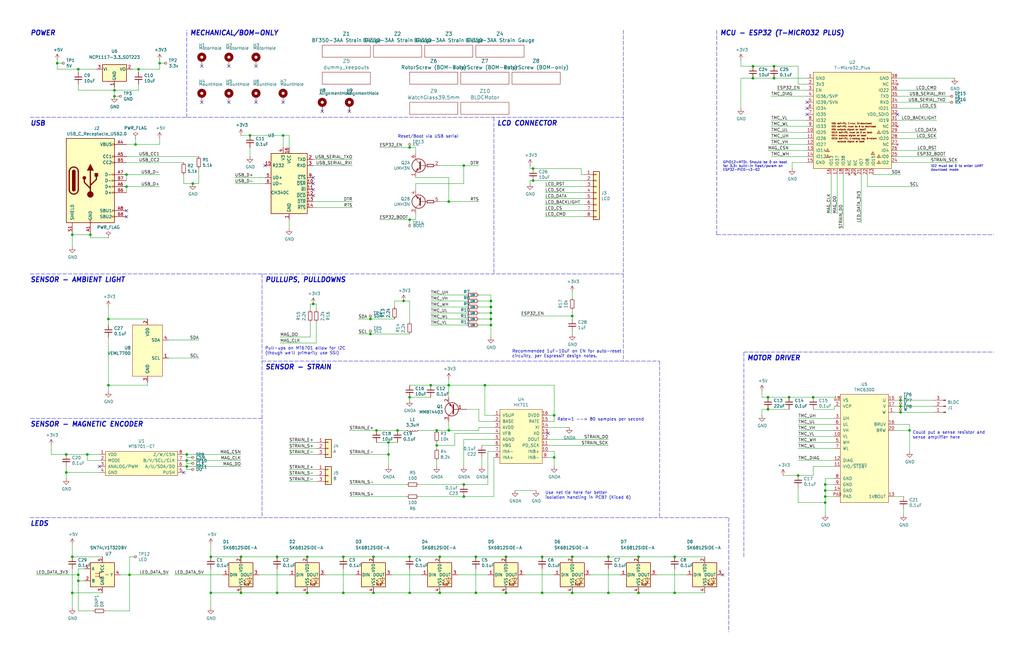
<source format=kicad_sch>
(kicad_sch (version 20211123) (generator eeschema)
  (paper "B")
  (title_block (title "SmartKnob View") (company "Scott Bezek"))
  (junction (at 233.68 193.04))
  (junction (at 67.31 26.67))
  (junction (at 379.73 171.45))
  (junction (at 189.23 181.61))
  (junction (at 326.39 27.94))
  (junction (at 195.58 69.85))
  (junction (at 172.72 62.23))
  (junction (at 27.94 191.77))
  (junction (at 30.48 234.95))
  (junction (at 116.84 234.95))
  (junction (at 241.3 250.19))
  (junction (at 53.34 73.66))
  (junction (at 36.83 191.77))
  (junction (at 241.3 133.35))
  (junction (at 27.94 199.39))
  (junction (at 326.39 33.02))
  (junction (at 88.9 250.19))
  (junction (at 156.21 140.97))
  (junction (at 101.6 234.95))
  (junction (at 81.28 77.47))
  (junction (at 101.6 250.19))
  (junction (at 323.85 172.72))
  (junction (at 172.72 167.64))
  (junction (at 156.21 134.62))
  (junction (at 132.08 128.27))
  (junction (at 317.5 33.02))
  (junction (at 88.9 234.95))
  (junction (at 336.55 200.66))
  (junction (at 207.01 132.08))
  (junction (at 167.64 181.61))
  (junction (at 170.18 127))
  (junction (at 224.79 71.12))
  (junction (at 157.48 234.95))
  (junction (at 172.72 92.71))
  (junction (at 58.42 29.21))
  (junction (at 195.58 209.55))
  (junction (at 379.73 168.91))
  (junction (at 30.48 250.19))
  (junction (at 53.34 78.74))
  (junction (at 317.5 27.94))
  (junction (at 185.42 234.95))
  (junction (at 78.74 194.31))
  (junction (at 163.83 186.69))
  (junction (at 189.23 162.56))
  (junction (at 54.61 242.57))
  (junction (at 204.47 162.56))
  (junction (at 347.98 209.55))
  (junction (at 158.75 181.61))
  (junction (at 213.36 234.95))
  (junction (at 189.23 85.09))
  (junction (at 347.98 204.47))
  (junction (at 269.24 234.95))
  (junction (at 163.83 191.77))
  (junction (at 185.42 250.19))
  (junction (at 383.54 181.61))
  (junction (at 45.72 162.56))
  (junction (at 323.85 167.64))
  (junction (at 332.74 167.64))
  (junction (at 200.66 234.95))
  (junction (at 342.9 167.64))
  (junction (at 379.73 173.99))
  (junction (at 195.58 204.47))
  (junction (at 284.48 234.95))
  (junction (at 200.66 250.19))
  (junction (at 119.38 57.15))
  (junction (at 256.54 234.95))
  (junction (at 241.3 234.95))
  (junction (at 228.6 250.19))
  (junction (at 129.54 234.95))
  (junction (at 228.6 234.95))
  (junction (at 78.74 191.77))
  (junction (at 45.72 134.62))
  (junction (at 105.41 57.15))
  (junction (at 233.68 175.26))
  (junction (at 207.01 137.16))
  (junction (at 78.74 196.85))
  (junction (at 256.54 250.19))
  (junction (at 184.15 187.96))
  (junction (at 30.48 99.06))
  (junction (at 207.01 127))
  (junction (at 48.26 38.1))
  (junction (at 172.72 250.19))
  (junction (at 24.13 26.67))
  (junction (at 347.98 212.09))
  (junction (at 129.54 250.19))
  (junction (at 347.98 207.01))
  (junction (at 116.84 250.19))
  (junction (at 284.48 250.19))
  (junction (at 269.24 250.19))
  (junction (at 207.01 129.54))
  (junction (at 144.78 234.95))
  (junction (at 224.79 76.2))
  (junction (at 57.15 60.96))
  (junction (at 48.26 40.64))
  (junction (at 181.61 162.56))
  (junction (at 33.02 29.21))
  (junction (at 157.48 250.19))
  (junction (at 172.72 234.95))
  (junction (at 144.78 250.19))
  (junction (at 33.02 245.11))
  (junction (at 38.1 99.06))
  (junction (at 33.02 242.57))
  (junction (at 207.01 134.62))
  (junction (at 213.36 250.19))
  (junction (at 184.15 181.61))
  (no_connect (at 132.08 80.01))
  (no_connect (at 340.36 48.26))
  (no_connect (at 96.52 43.18))
  (no_connect (at 135.89 46.99))
  (no_connect (at 378.46 48.26))
  (no_connect (at 147.32 46.99))
  (no_connect (at 53.34 91.44))
  (no_connect (at 340.36 45.72))
  (no_connect (at 231.14 182.88))
  (no_connect (at 132.08 77.47))
  (no_connect (at 132.08 74.93))
  (no_connect (at 111.76 69.85))
  (no_connect (at 132.08 82.55))
  (no_connect (at 96.52 27.94))
  (no_connect (at 340.36 43.18))
  (no_connect (at 77.47 199.39))
  (no_connect (at 107.95 43.18))
  (no_connect (at 304.8 242.57))
  (no_connect (at 85.09 43.18))
  (no_connect (at 107.95 27.94))
  (no_connect (at 53.34 88.9))
  (no_connect (at 119.38 43.18))
  (no_connect (at 41.91 196.85))
  (no_connect (at 85.09 27.94))
  (wire (pts (xy 45.72 162.56) (xy 45.72 142.24)))
  (wire (pts (xy 81.28 198.12) (xy 78.74 198.12)))
  (wire (pts (xy 57.15 234.95) (xy 54.61 234.95)))
  (wire (pts (xy 77.47 196.85) (xy 78.74 196.85)))
  (wire (pts (xy 347.98 207.01) (xy 347.98 204.47)))
  (wire (pts (xy 185.42 250.19) (xy 200.66 250.19)))
  (wire (pts (xy 151.13 134.62) (xy 156.21 134.62)))
  (wire (pts (xy 378.46 66.04) (xy 398.78 66.04)))
  (wire (pts (xy 121.92 186.69) (xy 133.35 186.69)))
  (wire (pts (xy 312.42 33.02) (xy 317.5 33.02)))
  (wire (pts (xy 166.37 127) (xy 170.18 127)))
  (wire (pts (xy 196.85 132.08) (xy 181.61 132.08)))
  (wire (pts (xy 36.83 191.77) (xy 27.94 191.77)))
  (wire (pts (xy 191.77 182.88) (xy 208.28 182.88)))
  (wire (pts (xy 45.72 134.62) (xy 45.72 129.54)))
  (wire (pts (xy 245.11 71.12) (xy 245.11 73.66)))
  (wire (pts (xy 219.71 133.35) (xy 241.3 133.35)))
  (wire (pts (xy 351.79 186.69) (xy 336.55 186.69)))
  (wire (pts (xy 231.14 193.04) (xy 233.68 193.04)))
  (wire (pts (xy 88.9 256.54) (xy 88.9 250.19)))
  (wire (pts (xy 355.6 73.66) (xy 355.6 96.52)))
  (wire (pts (xy 58.42 30.48) (xy 58.42 29.21)))
  (wire (pts (xy 365.76 78.74) (xy 387.35 78.74)))
  (wire (pts (xy 21.59 191.77) (xy 21.59 187.96)))
  (wire (pts (xy 67.31 58.42) (xy 67.31 60.96)))
  (polyline (pts (xy 313.69 234.95) (xy 313.69 148.59)))
  (wire (pts (xy 101.6 234.95) (xy 116.84 234.95)))
  (wire (pts (xy 130.81 135.89) (xy 130.81 142.24)))
  (wire (pts (xy 116.84 234.95) (xy 129.54 234.95)))
  (wire (pts (xy 147.32 191.77) (xy 163.83 191.77)))
  (wire (pts (xy 81.28 77.47) (xy 83.82 77.47)))
  (wire (pts (xy 81.28 193.04) (xy 78.74 193.04)))
  (wire (pts (xy 167.64 181.61) (xy 171.45 181.61)))
  (wire (pts (xy 205.74 190.5) (xy 205.74 204.47)))
  (wire (pts (xy 196.85 129.54) (xy 181.61 129.54)))
  (wire (pts (xy 41.91 194.31) (xy 36.83 194.31)))
  (wire (pts (xy 77.47 191.77) (xy 78.74 191.77)))
  (wire (pts (xy 55.88 29.21) (xy 58.42 29.21)))
  (wire (pts (xy 189.23 177.8) (xy 189.23 181.61)))
  (wire (pts (xy 184.15 189.23) (xy 184.15 187.96)))
  (wire (pts (xy 196.85 172.72) (xy 201.93 172.72)))
  (wire (pts (xy 83.82 151.13) (xy 71.12 151.13)))
  (wire (pts (xy 340.36 66.04) (xy 325.12 66.04)))
  (wire (pts (xy 334.01 68.58) (xy 340.36 68.58)))
  (wire (pts (xy 78.74 196.85) (xy 101.6 196.85)))
  (wire (pts (xy 33.02 29.21) (xy 40.64 29.21)))
  (wire (pts (xy 172.72 162.56) (xy 181.61 162.56)))
  (wire (pts (xy 78.74 195.58) (xy 78.74 194.31)))
  (wire (pts (xy 33.02 30.48) (xy 33.02 29.21)))
  (wire (pts (xy 228.6 234.95) (xy 241.3 234.95)))
  (wire (pts (xy 137.16 242.57) (xy 149.86 242.57)))
  (wire (pts (xy 184.15 187.96) (xy 191.77 187.96)))
  (wire (pts (xy 363.22 93.98) (xy 363.22 73.66)))
  (wire (pts (xy 377.19 168.91) (xy 379.73 168.91)))
  (wire (pts (xy 130.81 128.27) (xy 132.08 128.27)))
  (wire (pts (xy 172.72 95.25) (xy 172.72 92.71)))
  (wire (pts (xy 336.55 212.09) (xy 347.98 212.09)))
  (wire (pts (xy 189.23 74.93) (xy 189.23 85.09)))
  (wire (pts (xy 166.37 129.54) (xy 166.37 127)))
  (wire (pts (xy 231.14 185.42) (xy 256.54 185.42)))
  (wire (pts (xy 207.01 137.16) (xy 207.01 142.24)))
  (wire (pts (xy 201.93 132.08) (xy 207.01 132.08)))
  (wire (pts (xy 200.66 250.19) (xy 213.36 250.19)))
  (wire (pts (xy 121.92 57.15) (xy 119.38 57.15)))
  (wire (pts (xy 67.31 26.67) (xy 67.31 29.21)))
  (wire (pts (xy 48.26 36.83) (xy 48.26 38.1)))
  (wire (pts (xy 27.94 199.39) (xy 41.91 199.39)))
  (wire (pts (xy 351.79 194.31) (xy 336.55 194.31)))
  (wire (pts (xy 189.23 162.56) (xy 204.47 162.56)))
  (wire (pts (xy 241.3 134.62) (xy 241.3 133.35)))
  (wire (pts (xy 30.48 99.06) (xy 30.48 104.14)))
  (wire (pts (xy 379.73 173.99) (xy 377.19 173.99)))
  (polyline (pts (xy 307.34 218.44) (xy 307.34 266.7)))
  (wire (pts (xy 228.6 240.03) (xy 228.6 250.19)))
  (wire (pts (xy 200.66 240.03) (xy 200.66 250.19)))
  (wire (pts (xy 172.72 250.19) (xy 185.42 250.19)))
  (wire (pts (xy 340.36 63.5) (xy 323.85 63.5)))
  (wire (pts (xy 351.79 172.72) (xy 351.79 171.45)))
  (wire (pts (xy 133.35 135.89) (xy 133.35 144.78)))
  (wire (pts (xy 26.67 26.67) (xy 24.13 26.67)))
  (wire (pts (xy 207.01 127) (xy 201.93 127)))
  (wire (pts (xy 156.21 133.35) (xy 156.21 134.62)))
  (wire (pts (xy 223.52 71.12) (xy 224.79 71.12)))
  (wire (pts (xy 340.36 60.96) (xy 325.12 60.96)))
  (wire (pts (xy 284.48 234.95) (xy 297.18 234.95)))
  (wire (pts (xy 184.15 186.69) (xy 184.15 187.96)))
  (polyline (pts (xy 12.7 218.44) (xy 307.34 218.44)))
  (wire (pts (xy 231.14 190.5) (xy 233.68 190.5)))
  (wire (pts (xy 378.46 63.5) (xy 394.97 63.5)))
  (wire (pts (xy 378.46 68.58) (xy 403.86 68.58)))
  (wire (pts (xy 144.78 234.95) (xy 157.48 234.95)))
  (wire (pts (xy 347.98 207.01) (xy 351.79 207.01)))
  (wire (pts (xy 379.73 170.18) (xy 379.73 171.45)))
  (wire (pts (xy 121.92 62.23) (xy 121.92 57.15)))
  (wire (pts (xy 175.26 80.01) (xy 175.26 77.47)))
  (wire (pts (xy 24.13 26.67) (xy 24.13 29.21)))
  (wire (pts (xy 191.77 187.96) (xy 191.77 182.88)))
  (wire (pts (xy 172.72 62.23) (xy 175.26 62.23)))
  (wire (pts (xy 340.36 35.56) (xy 336.55 35.56)))
  (wire (pts (xy 118.11 144.78) (xy 133.35 144.78)))
  (wire (pts (xy 33.02 29.21) (xy 24.13 29.21)))
  (wire (pts (xy 229.87 91.44) (xy 246.38 91.44)))
  (wire (pts (xy 175.26 90.17) (xy 175.26 92.71)))
  (wire (pts (xy 44.45 257.81) (xy 54.61 257.81)))
  (wire (pts (xy 336.55 205.74) (xy 336.55 212.09)))
  (polyline (pts (xy 313.69 148.59) (xy 419.1 148.59)))
  (wire (pts (xy 36.83 191.77) (xy 41.91 191.77)))
  (wire (pts (xy 342.9 200.66) (xy 342.9 196.85)))
  (wire (pts (xy 203.2 193.04) (xy 203.2 196.85)))
  (wire (pts (xy 50.8 242.57) (xy 54.61 242.57)))
  (wire (pts (xy 54.61 234.95) (xy 54.61 242.57)))
  (wire (pts (xy 241.3 133.35) (xy 241.3 130.81)))
  (wire (pts (xy 241.3 250.19) (xy 256.54 250.19)))
  (wire (pts (xy 196.85 137.16) (xy 181.61 137.16)))
  (wire (pts (xy 276.86 242.57) (xy 289.56 242.57)))
  (wire (pts (xy 83.82 77.47) (xy 83.82 71.12)))
  (wire (pts (xy 195.58 69.85) (xy 201.93 69.85)))
  (wire (pts (xy 30.48 250.19) (xy 43.18 250.19)))
  (wire (pts (xy 54.61 242.57) (xy 71.12 242.57)))
  (wire (pts (xy 269.24 234.95) (xy 284.48 234.95)))
  (wire (pts (xy 347.98 217.17) (xy 347.98 212.09)))
  (wire (pts (xy 78.74 198.12) (xy 78.74 196.85)))
  (wire (pts (xy 189.23 85.09) (xy 201.93 85.09)))
  (wire (pts (xy 351.79 209.55) (xy 347.98 209.55)))
  (wire (pts (xy 165.1 242.57) (xy 177.8 242.57)))
  (wire (pts (xy 228.6 250.19) (xy 241.3 250.19)))
  (wire (pts (xy 201.93 180.34) (xy 208.28 180.34)))
  (wire (pts (xy 67.31 25.4) (xy 67.31 26.67)))
  (wire (pts (xy 175.26 74.93) (xy 189.23 74.93)))
  (wire (pts (xy 172.72 127) (xy 172.72 135.89)))
  (wire (pts (xy 48.26 38.1) (xy 58.42 38.1)))
  (wire (pts (xy 132.08 67.31) (xy 148.59 67.31)))
  (wire (pts (xy 101.6 57.15) (xy 105.41 57.15)))
  (wire (pts (xy 144.78 250.19) (xy 157.48 250.19)))
  (wire (pts (xy 24.13 25.4) (xy 24.13 26.67)))
  (wire (pts (xy 53.34 60.96) (xy 57.15 60.96)))
  (wire (pts (xy 256.54 250.19) (xy 269.24 250.19)))
  (wire (pts (xy 58.42 35.56) (xy 58.42 38.1)))
  (polyline (pts (xy 78.74 49.53) (xy 78.74 12.7)))
  (wire (pts (xy 30.48 240.03) (xy 30.48 250.19)))
  (wire (pts (xy 158.75 181.61) (xy 167.64 181.61)))
  (wire (pts (xy 378.46 40.64) (xy 401.32 40.64)))
  (wire (pts (xy 201.93 137.16) (xy 207.01 137.16)))
  (wire (pts (xy 379.73 167.64) (xy 379.73 168.91)))
  (wire (pts (xy 246.38 88.9) (xy 229.87 88.9)))
  (wire (pts (xy 323.85 167.64) (xy 332.74 167.64)))
  (wire (pts (xy 233.68 162.56) (xy 233.68 175.26)))
  (wire (pts (xy 121.92 191.77) (xy 133.35 191.77)))
  (wire (pts (xy 129.54 250.19) (xy 144.78 250.19)))
  (wire (pts (xy 379.73 168.91) (xy 393.7 168.91)))
  (wire (pts (xy 208.28 190.5) (xy 205.74 190.5)))
  (wire (pts (xy 241.3 234.95) (xy 256.54 234.95)))
  (wire (pts (xy 332.74 172.72) (xy 323.85 172.72)))
  (wire (pts (xy 207.01 129.54) (xy 207.01 132.08)))
  (wire (pts (xy 233.68 177.8) (xy 233.68 175.26)))
  (wire (pts (xy 88.9 240.03) (xy 88.9 250.19)))
  (wire (pts (xy 233.68 190.5) (xy 233.68 193.04)))
  (wire (pts (xy 172.72 92.71) (xy 160.02 92.71)))
  (wire (pts (xy 381 214.63) (xy 381 217.17)))
  (wire (pts (xy 229.87 86.36) (xy 246.38 86.36)))
  (wire (pts (xy 201.93 181.61) (xy 201.93 180.34)))
  (wire (pts (xy 207.01 134.62) (xy 207.01 137.16)))
  (wire (pts (xy 185.42 85.09) (xy 189.23 85.09)))
  (wire (pts (xy 195.58 77.47) (xy 195.58 69.85)))
  (wire (pts (xy 203.2 187.96) (xy 208.28 187.96)))
  (wire (pts (xy 53.34 78.74) (xy 67.31 78.74)))
  (wire (pts (xy 69.85 26.67) (xy 67.31 26.67)))
  (wire (pts (xy 172.72 168.91) (xy 172.72 167.64)))
  (wire (pts (xy 157.48 234.95) (xy 172.72 234.95)))
  (wire (pts (xy 132.08 128.27) (xy 133.35 128.27)))
  (wire (pts (xy 379.73 171.45) (xy 393.7 171.45)))
  (wire (pts (xy 119.38 57.15) (xy 119.38 62.23)))
  (wire (pts (xy 175.26 62.23) (xy 175.26 64.77)))
  (wire (pts (xy 196.85 127) (xy 181.61 127)))
  (wire (pts (xy 340.36 33.02) (xy 326.39 33.02)))
  (wire (pts (xy 350.52 73.66) (xy 350.52 90.17)))
  (wire (pts (xy 217.17 207.01) (xy 226.06 207.01)))
  (wire (pts (xy 196.85 134.62) (xy 181.61 134.62)))
  (polyline (pts (xy 208.28 49.53) (xy 208.28 115.57)))
  (polyline (pts (xy 110.49 152.4) (xy 278.13 152.4)))
  (wire (pts (xy 351.79 168.91) (xy 351.79 167.64)))
  (wire (pts (xy 27.94 199.39) (xy 27.94 201.93)))
  (wire (pts (xy 88.9 229.87) (xy 88.9 234.95)))
  (wire (pts (xy 312.42 27.94) (xy 312.42 25.4)))
  (wire (pts (xy 172.72 234.95) (xy 185.42 234.95)))
  (wire (pts (xy 160.02 62.23) (xy 172.72 62.23)))
  (wire (pts (xy 347.98 204.47) (xy 347.98 201.93)))
  (wire (pts (xy 379.73 173.99) (xy 393.7 173.99)))
  (wire (pts (xy 326.39 33.02) (xy 317.5 33.02)))
  (wire (pts (xy 351.79 181.61) (xy 336.55 181.61)))
  (wire (pts (xy 383.54 181.61) (xy 383.54 190.5)))
  (wire (pts (xy 35.56 240.03) (xy 33.02 240.03)))
  (wire (pts (xy 342.9 167.64) (xy 332.74 167.64)))
  (wire (pts (xy 378.46 43.18) (xy 401.32 43.18)))
  (wire (pts (xy 196.85 124.46) (xy 181.61 124.46)))
  (wire (pts (xy 121.92 203.2) (xy 133.35 203.2)))
  (wire (pts (xy 327.66 38.1) (xy 340.36 38.1)))
  (wire (pts (xy 223.52 76.2) (xy 224.79 76.2)))
  (wire (pts (xy 377.19 179.07) (xy 383.54 179.07)))
  (wire (pts (xy 184.15 181.61) (xy 189.23 181.61)))
  (wire (pts (xy 213.36 250.19) (xy 228.6 250.19)))
  (wire (pts (xy 201.93 124.46) (xy 207.01 124.46)))
  (wire (pts (xy 347.98 201.93) (xy 351.79 201.93)))
  (wire (pts (xy 71.12 143.51) (xy 83.82 143.51)))
  (wire (pts (xy 208.28 193.04) (xy 208.28 209.55)))
  (wire (pts (xy 224.79 76.2) (xy 246.38 76.2)))
  (wire (pts (xy 256.54 240.03) (xy 256.54 250.19)))
  (wire (pts (xy 172.72 60.96) (xy 172.72 62.23)))
  (wire (pts (xy 377.19 209.55) (xy 381 209.55)))
  (polyline (pts (xy 110.49 176.53) (xy 12.7 176.53)))
  (wire (pts (xy 170.18 127) (xy 172.72 127)))
  (wire (pts (xy 317.5 27.94) (xy 312.42 27.94)))
  (wire (pts (xy 57.15 58.42) (xy 57.15 60.96)))
  (wire (pts (xy 330.2 200.66) (xy 336.55 200.66)))
  (wire (pts (xy 111.76 74.93) (xy 99.06 74.93)))
  (wire (pts (xy 256.54 234.95) (xy 269.24 234.95)))
  (wire (pts (xy 284.48 240.03) (xy 284.48 250.19)))
  (wire (pts (xy 353.06 73.66) (xy 353.06 90.17)))
  (wire (pts (xy 53.34 68.58) (xy 77.47 68.58)))
  (wire (pts (xy 156.21 139.7) (xy 156.21 140.97)))
  (wire (pts (xy 195.58 185.42) (xy 195.58 196.85)))
  (wire (pts (xy 377.19 171.45) (xy 379.73 171.45)))
  (wire (pts (xy 347.98 209.55) (xy 347.98 207.01)))
  (wire (pts (xy 45.72 137.16) (xy 45.72 134.62)))
  (wire (pts (xy 193.04 242.57) (xy 205.74 242.57)))
  (wire (pts (xy 246.38 73.66) (xy 245.11 73.66)))
  (wire (pts (xy 99.06 77.47) (xy 111.76 77.47)))
  (wire (pts (xy 336.55 27.94) (xy 326.39 27.94)))
  (wire (pts (xy 105.41 62.23) (xy 105.41 66.04)))
  (wire (pts (xy 176.53 204.47) (xy 195.58 204.47)))
  (wire (pts (xy 189.23 162.56) (xy 189.23 160.02)))
  (polyline (pts (xy 12.7 115.57) (xy 262.89 115.57)))
  (wire (pts (xy 38.1 99.06) (xy 38.1 100.33)))
  (wire (pts (xy 81.28 195.58) (xy 78.74 195.58)))
  (wire (pts (xy 158.75 186.69) (xy 163.83 186.69)))
  (wire (pts (xy 118.11 142.24) (xy 130.81 142.24)))
  (wire (pts (xy 231.14 177.8) (xy 233.68 177.8)))
  (wire (pts (xy 129.54 234.95) (xy 144.78 234.95)))
  (wire (pts (xy 340.36 50.8) (xy 325.12 50.8)))
  (polyline (pts (xy 12.7 49.53) (xy 262.89 49.53)))
  (wire (pts (xy 241.3 140.97) (xy 241.3 139.7)))
  (wire (pts (xy 340.36 40.64) (xy 325.12 40.64)))
  (wire (pts (xy 105.41 57.15) (xy 119.38 57.15)))
  (wire (pts (xy 181.61 167.64) (xy 172.72 167.64)))
  (wire (pts (xy 27.94 196.85) (xy 27.94 199.39)))
  (wire (pts (xy 351.79 189.23) (xy 336.55 189.23)))
  (wire (pts (xy 163.83 191.77) (xy 163.83 196.85)))
  (wire (pts (xy 58.42 29.21) (xy 67.31 29.21)))
  (wire (pts (xy 233.68 175.26) (xy 231.14 175.26)))
  (wire (pts (xy 269.24 250.19) (xy 284.48 250.19)))
  (wire (pts (xy 377.19 181.61) (xy 383.54 181.61)))
  (polyline (pts (xy 302.26 99.06) (xy 419.1 99.06)))
  (wire (pts (xy 394.97 38.1) (xy 378.46 38.1)))
  (wire (pts (xy 351.79 184.15) (xy 336.55 184.15)))
  (wire (pts (xy 195.58 209.55) (xy 208.28 209.55)))
  (wire (pts (xy 121.92 189.23) (xy 133.35 189.23)))
  (wire (pts (xy 39.37 257.81) (xy 33.02 257.81)))
  (wire (pts (xy 77.47 73.66) (xy 77.47 77.47)))
  (wire (pts (xy 109.22 242.57) (xy 121.92 242.57)))
  (wire (pts (xy 121.92 96.52) (xy 121.92 92.71)))
  (wire (pts (xy 220.98 242.57) (xy 233.68 242.57)))
  (wire (pts (xy 88.9 250.19) (xy 101.6 250.19)))
  (wire (pts (xy 175.26 77.47) (xy 195.58 77.47)))
  (wire (pts (xy 204.47 162.56) (xy 204.47 175.26)))
  (wire (pts (xy 223.52 69.85) (xy 223.52 71.12)))
  (wire (pts (xy 378.46 55.88) (xy 394.97 55.88)))
  (wire (pts (xy 189.23 181.61) (xy 201.93 181.61)))
  (wire (pts (xy 207.01 127) (xy 207.01 129.54)))
  (wire (pts (xy 33.02 38.1) (xy 48.26 38.1)))
  (wire (pts (xy 336.55 200.66) (xy 342.9 200.66)))
  (wire (pts (xy 62.23 161.29) (xy 62.23 162.56)))
  (wire (pts (xy 36.83 194.31) (xy 36.83 191.77)))
  (wire (pts (xy 394.97 50.8) (xy 378.46 50.8)))
  (polyline (pts (xy 302.26 99.06) (xy 302.26 12.7)))
  (wire (pts (xy 78.74 191.77) (xy 101.6 191.77)))
  (wire (pts (xy 78.74 194.31) (xy 101.6 194.31)))
  (wire (pts (xy 340.36 58.42) (xy 325.12 58.42)))
  (wire (pts (xy 121.92 200.66) (xy 133.35 200.66)))
  (wire (pts (xy 45.72 165.1) (xy 45.72 162.56)))
  (wire (pts (xy 157.48 250.19) (xy 172.72 250.19)))
  (wire (pts (xy 62.23 162.56) (xy 45.72 162.56)))
  (wire (pts (xy 181.61 162.56) (xy 189.23 162.56)))
  (wire (pts (xy 53.34 78.74) (xy 53.34 81.28)))
  (wire (pts (xy 147.32 181.61) (xy 158.75 181.61)))
  (wire (pts (xy 77.47 194.31) (xy 78.74 194.31)))
  (wire (pts (xy 156.21 140.97) (xy 172.72 140.97)))
  (wire (pts (xy 207.01 124.46) (xy 207.01 127)))
  (wire (pts (xy 248.92 242.57) (xy 261.62 242.57)))
  (polyline (pts (xy 110.49 115.57) (xy 110.49 218.44)))
  (wire (pts (xy 334.01 71.12) (xy 334.01 68.58)))
  (wire (pts (xy 321.31 165.1) (xy 321.31 167.64)))
  (wire (pts (xy 201.93 129.54) (xy 207.01 129.54)))
  (wire (pts (xy 383.54 179.07) (xy 383.54 181.61)))
  (wire (pts (xy 30.48 234.95) (xy 43.18 234.95)))
  (wire (pts (xy 195.58 204.47) (xy 205.74 204.47)))
  (wire (pts (xy 351.79 179.07) (xy 336.55 179.07)))
  (wire (pts (xy 147.32 209.55) (xy 171.45 209.55)))
  (wire (pts (xy 368.3 73.66) (xy 379.73 73.66)))
  (wire (pts (xy 207.01 132.08) (xy 207.01 134.62)))
  (wire (pts (xy 312.42 33.02) (xy 312.42 45.72)))
  (wire (pts (xy 284.48 250.19) (xy 297.18 250.19)))
  (wire (pts (xy 156.21 134.62) (xy 166.37 134.62)))
  (wire (pts (xy 321.31 172.72) (xy 323.85 172.72)))
  (wire (pts (xy 340.36 53.34) (xy 325.12 53.34)))
  (wire (pts (xy 365.76 78.74) (xy 365.76 73.66)))
  (wire (pts (xy 246.38 83.82) (xy 229.87 83.82)))
  (wire (pts (xy 50.8 40.64) (xy 48.26 40.64)))
  (wire (pts (xy 163.83 186.69) (xy 163.83 191.77)))
  (wire (pts (xy 204.47 175.26) (xy 208.28 175.26)))
  (wire (pts (xy 326.39 27.94) (xy 317.5 27.94)))
  (polyline (pts (xy 262.89 12.7) (xy 262.89 152.4)))
  (wire (pts (xy 101.6 250.19) (xy 116.84 250.19)))
  (wire (pts (xy 38.1 100.33) (xy 45.72 100.33)))
  (wire (pts (xy 204.47 162.56) (xy 233.68 162.56)))
  (wire (pts (xy 172.72 240.03) (xy 172.72 250.19)))
  (wire (pts (xy 144.78 240.03) (xy 144.78 250.19)))
  (wire (pts (xy 130.81 130.81) (xy 130.81 128.27)))
  (wire (pts (xy 121.92 198.12) (xy 133.35 198.12)))
  (wire (pts (xy 45.72 134.62) (xy 62.23 134.62)))
  (wire (pts (xy 53.34 73.66) (xy 53.34 76.2)))
  (wire (pts (xy 48.26 38.1) (xy 48.26 40.64)))
  (wire (pts (xy 321.31 172.72) (xy 321.31 175.26)))
  (wire (pts (xy 176.53 181.61) (xy 184.15 181.61)))
  (wire (pts (xy 185.42 234.95) (xy 200.66 234.95)))
  (wire (pts (xy 229.87 81.28) (xy 246.38 81.28)))
  (wire (pts (xy 15.24 242.57) (xy 33.02 242.57)))
  (wire (pts (xy 351.79 196.85) (xy 342.9 196.85)))
  (wire (pts (xy 30.48 229.87) (xy 30.48 234.95)))
  (wire (pts (xy 201.93 134.62) (xy 207.01 134.62)))
  (wire (pts (xy 233.68 193.04) (xy 233.68 196.85)))
  (polyline (pts (xy 278.13 152.4) (xy 278.13 218.44)))
  (wire (pts (xy 185.42 69.85) (xy 195.58 69.85)))
  (wire (pts (xy 241.3 125.73) (xy 241.3 123.19)))
  (wire (pts (xy 88.9 234.95) (xy 101.6 234.95)))
  (wire (pts (xy 351.79 204.47) (xy 347.98 204.47)))
  (wire (pts (xy 223.52 76.2) (xy 223.52 77.47)))
  (wire (pts (xy 351.79 176.53) (xy 336.55 176.53)))
  (wire (pts (xy 200.66 234.95) (xy 213.36 234.95)))
  (wire (pts (xy 195.58 209.55) (xy 176.53 209.55)))
  (wire (pts (xy 53.34 66.04) (xy 83.82 66.04)))
  (wire (pts (xy 201.93 177.8) (xy 208.28 177.8)))
  (wire (pts (xy 38.1 99.06) (xy 30.48 99.06)))
  (wire (pts (xy 351.79 167.64) (xy 342.9 167.64)))
  (wire (pts (xy 184.15 196.85) (xy 184.15 194.31)))
  (wire (pts (xy 171.45 204.47) (xy 147.32 204.47)))
  (wire (pts (xy 77.47 77.47) (xy 81.28 77.47)))
  (wire (pts (xy 33.02 240.03) (xy 33.02 242.57)))
  (wire (pts (xy 201.93 172.72) (xy 201.93 177.8)))
  (wire (pts (xy 30.48 256.54) (xy 30.48 250.19)))
  (wire (pts (xy 175.26 92.71) (xy 172.72 92.71)))
  (wire (pts (xy 394.97 58.42) (xy 378.46 58.42)))
  (wire (pts (xy 340.36 55.88) (xy 325.12 55.88)))
  (wire (pts (xy 116.84 240.03) (xy 116.84 250.19)))
  (wire (pts (xy 208.28 185.42) (xy 195.58 185.42)))
  (wire (pts (xy 132.08 85.09) (xy 148.59 85.09)))
  (wire (pts (xy 378.46 45.72) (xy 394.97 45.72)))
  (wire (pts (xy 231.14 180.34) (xy 240.03 180.34)))
  (wire (pts (xy 73.66 242.57) (xy 93.98 242.57)))
  (wire (pts (xy 54.61 242.57) (xy 54.61 257.81)))
  (wire (pts (xy 116.84 250.19) (xy 129.54 250.19)))
  (wire (pts (xy 189.23 162.56) (xy 189.23 167.64)))
  (wire (pts (xy 342.9 172.72) (xy 351.79 172.72)))
  (wire (pts (xy 27.94 191.77) (xy 21.59 191.77)))
  (wire (pts (xy 336.55 35.56) (xy 336.55 27.94)))
  (wire (pts (xy 151.13 140.97) (xy 156.21 140.97)))
  (wire (pts (xy 33.02 35.56) (xy 33.02 38.1)))
  (wire (pts (xy 231.14 187.96) (xy 256.54 187.96)))
  (wire (pts (xy 133.35 128.27) (xy 133.35 130.81)))
  (wire (pts (xy 57.15 60.96) (xy 67.31 60.96)))
  (wire (pts (xy 33.02 245.11) (xy 33.02 257.81)))
  (wire (pts (xy 321.31 167.64) (xy 323.85 167.64)))
  (wire (pts (xy 224.79 71.12) (xy 245.11 71.12)))
  (wire (pts (xy 378.46 33.02) (xy 402.59 33.02)))
  (wire (pts (xy 246.38 78.74) (xy 229.87 78.74)))
  (wire (pts (xy 347.98 212.09) (xy 347.98 209.55)))
  (wire (pts (xy 132.08 69.85) (xy 148.59 69.85)))
  (wire (pts (xy 163.83 186.69) (xy 167.64 186.69)))
  (wire (pts (xy 33.02 245.11) (xy 35.56 245.11)))
  (wire (pts (xy 78.74 193.04) (xy 78.74 191.77)))
  (wire (pts (xy 213.36 234.95) (xy 228.6 234.95)))
  (wire (pts (xy 33.02 242.57) (xy 33.02 245.11)))
  (wire (pts (xy 132.08 87.63) (xy 148.59 87.63)))
  (wire (pts (xy 379.73 172.72) (xy 379.73 173.99)))
  (wire (pts (xy 53.34 73.66) (xy 67.31 73.66)))
  (text "PULLUPS, PULLDOWNS" (at 111.76 119.38 0) (effects (font (size 2.0066 2.0066) (thickness 0.4013) bold italic) (justify left bottom)))
  (text "Reset/Boot via USB serial" (at 167.64 58.42 0) (effects (font (size 1.27 1.27)) (justify left bottom)))
  (text "SENSOR - STRAIN" (at 111.76 156.21 0) (effects (font (size 2.0066 2.0066) (thickness 0.4013) bold italic) (justify left bottom)))
  (text "MCU - ESP32 (T-MICRO32 PLUS)" (at 303.53 15.24 0) (effects (font (size 2.0066 2.0066) (thickness 0.4013) bold italic) (justify left bottom)))
  (text "USB" (at 12.7 53.34 0) (effects (font (size 2.0066 2.0066) (thickness 0.4013) bold italic) (justify left bottom)))
  (text "Use net tie here for better\nisolation handling in PCB? (Kicad 6)" (at 229.87 210.82 0) (effects (font (size 1.27 1.27)) (justify left bottom)))
  (text "Recommended 1uF-10uF on EN for auto-reset\ncircuitry, per Espressif design notes." (at 215.9 151.13 0) (effects (font (size 1.27 1.27)) (justify left bottom)))
  (text "POWER" (at 12.7 15.24 0) (effects (font (size 2.0066 2.0066) (thickness 0.4013) bold italic) (justify left bottom)))
  (text "GPIO12=MTDI. Should be 0 on boot\nfor 3.3v built-in flash/psram on\nESP32-PICO-v3-02" (at 304.8 72.39 0) (effects (font (size 0.9906 0.9906)) (justify left bottom)))
  (text "Could put a sense resistor and\nsense amplifier here" (at 384.81 185.42 0) (effects (font (size 1.27 1.27)) (justify left bottom)))
  (text "LCD CONNECTOR" (at 209.55 53.34 0) (effects (font (size 2.0066 2.0066) (thickness 0.4013) bold italic) (justify left bottom)))
  (text "Rate=1 --> 80 samples per second" (at 234.95 177.8 0) (effects (font (size 1.27 1.27)) (justify left bottom)))
  (text "MECHANICAL/BOM-ONLY" (at 80.01 15.24 0) (effects (font (size 2.0066 2.0066) (thickness 0.4013) bold italic) (justify left bottom)))
  (text "MOTOR DRIVER" (at 314.96 152.4 0) (effects (font (size 2.0066 2.0066) (thickness 0.4013) bold italic) (justify left bottom)))
  (text "SENSOR - AMBIENT LIGHT" (at 12.7 119.38 0) (effects (font (size 2.0066 2.0066) (thickness 0.4013) bold italic) (justify left bottom)))
  (text "LEDS" (at 12.7 222.25 0) (effects (font (size 2.0066 2.0066) (thickness 0.4013) bold italic) (justify left bottom)))
  (text "IO2 must be 0 to enter UART\ndownload mode" (at 392.43 72.39 0) (effects (font (size 0.9906 0.9906)) (justify left bottom)))
  (text "SENSOR - MAGNETIC ENCODER" (at 12.7 180.34 0) (effects (font (size 2.0066 2.0066) (thickness 0.4013) bold italic) (justify left bottom)))
  (text "Pull-ups on MT6701 allow for I2C\n(though we'll primarily use SSI)" (at 111.76 149.86 0) (effects (font (size 1.27 1.27)) (justify left bottom)))
  (label "TMC_VL" (at 181.61 137.16 0))
  (label "USB_D-" (at 67.31 73.66 180))
  (label "TMC_DIAG" (at 325.12 40.64 0))
  (label "USB_D-" (at 99.06 77.47 0))
  (label "STRAIN_E+" (at 147.32 181.61 0))
  (label "STRAIN_E+" (at 121.92 198.12 0))
  (label "STRAIN_DO" (at 256.54 185.42 180))
  (label "MAG_DO" (at 118.11 142.24 0))
  (label "SCL" (at 387.35 78.74 180))
  (label "TMC_UH" (at 325.12 58.42 0))
  (label "LCD_BACKLIGHT" (at 229.87 86.36 0))
  (label "USB_CC2" (at 67.31 68.58 180))
  (label "RTS" (at 148.59 87.63 180))
  (label "STRAIN_SCK" (at 256.54 187.96 180))
  (label "MAG_DO" (at 353.06 90.17 90))
  (label "USB_D+" (at 67.31 78.74 180))
  (label "LED_DATA_3V3" (at 15.24 242.57 0))
  (label "USB_SERIAL_RXI" (at 148.59 69.85 180))
  (label "TMC_UL" (at 325.12 55.88 0))
  (label "TMC_WL" (at 181.61 134.62 0))
  (label "LCD_DATA" (at 229.87 83.82 0))
  (label "ESP32_EN" (at 160.02 62.23 0))
  (label "LCD_SCK" (at 394.97 58.42 180))
  (label "LCD_RST" (at 394.97 63.5 180))
  (label "TMC_UL" (at 181.61 132.08 0))
  (label "TMC_VH" (at 181.61 127 0))
  (label "MAG_CSN" (at 323.85 63.5 0))
  (label "MAG_DO" (at 101.6 196.85 180))
  (label "LED_DATA_3V3" (at 363.22 93.98 90))
  (label "TMC_VH" (at 336.55 181.61 0))
  (label "MAG_CSN" (at 101.6 191.77 180))
  (label "MAG_CLK" (at 101.6 194.31 180))
  (label "ESP32_BOOT" (at 398.78 66.04 180))
  (label "STRAIN_E+" (at 121.92 186.69 0))
  (label "LCD_CS" (at 394.97 45.72 180))
  (label "STRAIN_S-" (at 121.92 200.66 0))
  (label "MAG_CLK" (at 350.52 90.17 90))
  (label "STRAIN_DO" (at 355.6 96.52 90))
  (label "STRAIN_S+" (at 121.92 189.23 0))
  (label "LED_DATA_5V" (at 73.66 242.57 0))
  (label "TMC_WH" (at 336.55 186.69 0))
  (label "TMC_UH" (at 336.55 176.53 0))
  (label "DTR" (at 148.59 85.09 180))
  (label "LCD_CMD" (at 394.97 38.1 180))
  (label "LCD_DATA" (at 394.97 55.88 180))
  (label "TMC_WH" (at 181.61 129.54 0))
  (label "TMC_WL" (at 325.12 53.34 0))
  (label "ESP32_EN" (at 219.71 133.35 0))
  (label "USB_CC1" (at 67.31 66.04 180))
  (label "ESP32_BOOT" (at 160.02 92.71 0))
  (label "ESP32_EN" (at 327.66 38.1 0))
  (label "STRAIN_E-" (at 121.92 191.77 0))
  (label "LCD_RST" (at 229.87 78.74 0))
  (label "SDA" (at 151.13 134.62 0))
  (label "STRAIN_SCK" (at 403.86 68.58 180))
  (label "LCD_CMD" (at 229.87 91.44 0))
  (label "TMC_UL" (at 336.55 179.07 0))
  (label "STRAIN_S-" (at 147.32 204.47 0))
  (label "SCL" (at 151.13 140.97 0))
  (label "LED_DATA_5V" (at 71.12 242.57 180))
  (label "SDA" (at 379.73 73.66 180))
  (label "LCD_CS" (at 229.87 88.9 0))
  (label "LCD_BACKLIGHT" (at 394.97 50.8 180))
  (label "SDA" (at 83.82 143.51 180))
  (label "STRAIN_E-" (at 121.92 203.2 0))
  (label "MAG_CLK" (at 118.11 144.78 0))
  (label "TMC_VH" (at 325.12 60.96 0))
  (label "USB_SERIAL_TXO" (at 398.78 43.18 180))
  (label "TMC_VL" (at 336.55 184.15 0))
  (label "TMC_UH" (at 181.61 124.46 0))
  (label "USB_SERIAL_TXO" (at 148.59 67.31 180))
  (label "RTS" (at 201.93 85.09 180))
  (label "TMC_VL" (at 325.12 50.8 0))
  (label "TMC_WL" (at 336.55 189.23 0))
  (label "DTR" (at 201.93 69.85 180))
  (label "USB_D+" (at 99.06 74.93 0))
  (label "USB_SERIAL_RXI" (at 398.78 40.64 180))
  (label "LCD_SCK" (at 229.87 81.28 0))
  (label "STRAIN_S+" (at 147.32 209.55 0))
  (label "TMC_DIAG" (at 336.55 194.31 0))
  (label "SCL" (at 83.82 151.13 180))
  (label "STRAIN_E-" (at 147.32 191.77 0))
  (label "TMC_WH" (at 325.12 66.04 0))
  (symbol (lib_id "MagnTek:MT6701-CT") (at 58.42 195.58 0) (unit 1)
    (property "Reference" "U1" (at 59.69 186.055 0))
    (property "Value" "MT6701-CT" (at 59.69 188.3664 0))
    (property "Footprint" "Package_SO:SOIC-8_3.9x4.9mm_P1.27mm" (effects hide))
    (property "LCSC" "C2856764" (effects hide))
    (property "Digikey" "N/A" (effects hide))
    (property "Mouser" "N/A" (effects hide))
  )
  (symbol (lib_id "SK6812:SK6812SIDE-A") (at 101.6 242.57 0) (unit 1)
    (property "Reference" "D1" (at 93.98 228.6 0) (effects (justify left)))
    (property "Value" "SK6812SIDE-A" (at 93.98 231.14 0) (effects (justify left)))
    (property "Footprint" "sk6812:SK6812-SIDE-A" (effects hide))
    (property "AliExpress" "https://www.aliexpress.com/item/10000009330139.html" (effects hide))
    (property "Digikey" "1528-4691-ND" (effects hide))
    (property "Mouser" "485-4691" (effects hide))
    (property "LCSC" "C2890037" (effects hide))
  )
  (symbol (lib_id "Device:C_Small") (at 88.9 237.49 0) (unit 1)
    (property "Reference" "C1" (at 91.2368 236.3216 0) (effects (justify left)))
    (property "Value" "0.1uF" (at 91.2368 238.633 0) (effects (justify left)))
    (property "Footprint" "Capacitor_SMD:C_0603_1608Metric" (effects hide))
    (property "LCSC" "C1591" (effects hide))
    (property "Digikey" "1276-1935-1-ND" (effects hide))
    (property "Mouser" "187-CL10B104KB8NNWC" (effects hide))
  )
  (symbol (lib_id "SK6812:SK6812SIDE-A") (at 129.54 242.57 0) (unit 1)
    (property "Reference" "D2" (at 121.92 228.6 0) (effects (justify left)))
    (property "Value" "SK6812SIDE-A" (at 121.92 231.14 0) (effects (justify left)))
    (property "Footprint" "sk6812:SK6812-SIDE-A" (effects hide))
    (property "AliExpress" "https://www.aliexpress.com/item/10000009330139.html" (effects hide))
    (property "Digikey" "1528-4691-ND" (effects hide))
    (property "Mouser" "485-4691" (effects hide))
    (property "LCSC" "C2890037" (effects hide))
  )
  (symbol (lib_id "Device:C_Small") (at 116.84 237.49 0) (unit 1)
    (property "Reference" "C2" (at 119.1768 236.3216 0) (effects (justify left)))
    (property "Value" "0.1uF" (at 119.1768 238.633 0) (effects (justify left)))
    (property "Footprint" "Capacitor_SMD:C_0603_1608Metric" (effects hide))
    (property "LCSC" "C1591" (effects hide))
    (property "Digikey" "1276-1935-1-ND" (effects hide))
    (property "Mouser" "187-CL10B104KB8NNWC" (effects hide))
  )
  (symbol (lib_id "SK6812:SK6812SIDE-A") (at 157.48 242.57 0) (unit 1)
    (property "Reference" "D3" (at 149.86 228.6 0) (effects (justify left)))
    (property "Value" "SK6812SIDE-A" (at 149.86 231.14 0) (effects (justify left)))
    (property "Footprint" "sk6812:SK6812-SIDE-A" (effects hide))
    (property "AliExpress" "https://www.aliexpress.com/item/10000009330139.html" (effects hide))
    (property "Digikey" "1528-4691-ND" (effects hide))
    (property "Mouser" "485-4691" (effects hide))
    (property "LCSC" "C2890037" (effects hide))
  )
  (symbol (lib_id "Device:C_Small") (at 144.78 237.49 0) (unit 1)
    (property "Reference" "C3" (at 147.1168 236.3216 0) (effects (justify left)))
    (property "Value" "0.1uF" (at 147.1168 238.633 0) (effects (justify left)))
    (property "Footprint" "Capacitor_SMD:C_0603_1608Metric" (effects hide))
    (property "LCSC" "C1591" (effects hide))
    (property "Digikey" "1276-1935-1-ND" (effects hide))
    (property "Mouser" "187-CL10B104KB8NNWC" (effects hide))
  )
  (symbol (lib_id "SK6812:SK6812SIDE-A") (at 185.42 242.57 0) (unit 1)
    (property "Reference" "D4" (at 177.8 228.6 0) (effects (justify left)))
    (property "Value" "SK6812SIDE-A" (at 177.8 231.14 0) (effects (justify left)))
    (property "Footprint" "sk6812:SK6812-SIDE-A" (effects hide))
    (property "AliExpress" "https://www.aliexpress.com/item/10000009330139.html" (effects hide))
    (property "Digikey" "1528-4691-ND" (effects hide))
    (property "Mouser" "485-4691" (effects hide))
    (property "LCSC" "C2890037" (effects hide))
  )
  (symbol (lib_id "Device:C_Small") (at 172.72 237.49 0) (unit 1)
    (property "Reference" "C4" (at 175.0568 236.3216 0) (effects (justify left)))
    (property "Value" "0.1uF" (at 175.0568 238.633 0) (effects (justify left)))
    (property "Footprint" "Capacitor_SMD:C_0603_1608Metric" (effects hide))
    (property "LCSC" "C1591" (effects hide))
    (property "Digikey" "1276-1935-1-ND" (effects hide))
    (property "Mouser" "187-CL10B104KB8NNWC" (effects hide))
  )
  (symbol (lib_id "SK6812:SK6812SIDE-A") (at 213.36 242.57 0) (unit 1)
    (property "Reference" "D5" (at 205.74 228.6 0) (effects (justify left)))
    (property "Value" "SK6812SIDE-A" (at 205.74 231.14 0) (effects (justify left)))
    (property "Footprint" "sk6812:SK6812-SIDE-A" (effects hide))
    (property "AliExpress" "https://www.aliexpress.com/item/10000009330139.html" (effects hide))
    (property "Digikey" "1528-4691-ND" (effects hide))
    (property "Mouser" "485-4691" (effects hide))
    (property "LCSC" "C2890037" (effects hide))
  )
  (symbol (lib_id "Device:C_Small") (at 200.66 237.49 0) (unit 1)
    (property "Reference" "C5" (at 202.9968 236.3216 0) (effects (justify left)))
    (property "Value" "0.1uF" (at 202.9968 238.633 0) (effects (justify left)))
    (property "Footprint" "Capacitor_SMD:C_0603_1608Metric" (effects hide))
    (property "LCSC" "C1591" (effects hide))
    (property "Digikey" "1276-1935-1-ND" (effects hide))
    (property "Mouser" "187-CL10B104KB8NNWC" (effects hide))
  )
  (symbol (lib_id "SK6812:SK6812SIDE-A") (at 241.3 242.57 0) (unit 1)
    (property "Reference" "D6" (at 233.68 228.6 0) (effects (justify left)))
    (property "Value" "SK6812SIDE-A" (at 233.68 231.14 0) (effects (justify left)))
    (property "Footprint" "sk6812:SK6812-SIDE-A" (effects hide))
    (property "AliExpress" "https://www.aliexpress.com/item/10000009330139.html" (effects hide))
    (property "Digikey" "1528-4691-ND" (effects hide))
    (property "Mouser" "485-4691" (effects hide))
    (property "LCSC" "C2890037" (effects hide))
  )
  (symbol (lib_id "Device:C_Small") (at 228.6 237.49 0) (unit 1)
    (property "Reference" "C6" (at 230.9368 236.3216 0) (effects (justify left)))
    (property "Value" "0.1uF" (at 230.9368 238.633 0) (effects (justify left)))
    (property "Footprint" "Capacitor_SMD:C_0603_1608Metric" (effects hide))
    (property "LCSC" "C1591" (effects hide))
    (property "Digikey" "1276-1935-1-ND" (effects hide))
    (property "Mouser" "187-CL10B104KB8NNWC" (effects hide))
  )
  (symbol (lib_id "SK6812:SK6812SIDE-A") (at 269.24 242.57 0) (unit 1)
    (property "Reference" "D7" (at 261.62 228.6 0) (effects (justify left)))
    (property "Value" "SK6812SIDE-A" (at 261.62 231.14 0) (effects (justify left)))
    (property "Footprint" "sk6812:SK6812-SIDE-A" (effects hide))
    (property "AliExpress" "https://www.aliexpress.com/item/10000009330139.html" (effects hide))
    (property "Digikey" "1528-4691-ND" (effects hide))
    (property "Mouser" "485-4691" (effects hide))
    (property "LCSC" "C2890037" (effects hide))
  )
  (symbol (lib_id "Device:C_Small") (at 256.54 237.49 0) (unit 1)
    (property "Reference" "C7" (at 258.8768 236.3216 0) (effects (justify left)))
    (property "Value" "0.1uF" (at 258.8768 238.633 0) (effects (justify left)))
    (property "Footprint" "Capacitor_SMD:C_0603_1608Metric" (effects hide))
    (property "LCSC" "C1591" (effects hide))
    (property "Digikey" "1276-1935-1-ND" (effects hide))
    (property "Mouser" "187-CL10B104KB8NNWC" (effects hide))
  )
  (symbol (lib_id "SK6812:SK6812SIDE-A") (at 297.18 242.57 0) (unit 1)
    (property "Reference" "D8" (at 289.56 228.6 0) (effects (justify left)))
    (property "Value" "SK6812SIDE-A" (at 289.56 231.14 0) (effects (justify left)))
    (property "Footprint" "sk6812:SK6812-SIDE-A" (effects hide))
    (property "AliExpress" "https://www.aliexpress.com/item/10000009330139.html" (effects hide))
    (property "Digikey" "1528-4691-ND" (effects hide))
    (property "Mouser" "485-4691" (effects hide))
    (property "LCSC" "C2890037" (effects hide))
  )
  (symbol (lib_id "Device:C_Small") (at 284.48 237.49 0) (unit 1)
    (property "Reference" "C8" (at 286.8168 236.3216 0) (effects (justify left)))
    (property "Value" "0.1uF" (at 286.8168 238.633 0) (effects (justify left)))
    (property "Footprint" "Capacitor_SMD:C_0603_1608Metric" (effects hide))
    (property "LCSC" "C1591" (effects hide))
    (property "Digikey" "1276-1935-1-ND" (effects hide))
    (property "Mouser" "187-CL10B104KB8NNWC" (effects hide))
  )
  (symbol (lib_id "power:+5V") (at 88.9 229.87 0) (unit 1)
    (property "Reference" "#PWR0101" (effects hide))
    (property "Value" "+5V" (at 89.281 225.4758 0))
  )
  (symbol (lib_id "power:GND") (at 88.9 256.54 0) (unit 1)
    (property "Reference" "#PWR0102" (effects hide))
    (property "Value" "GND" (at 89.027 260.9342 0))
  )
  (symbol (lib_id "Connector:Conn_01x03_Male") (at 398.78 171.45 180) (unit 1)
    (property "Reference" "J1" (at 399.4912 172.0596 0) (effects (justify right)))
    (property "Value" "BLDC" (at 399.4912 169.7482 0) (effects (justify right)))
    (property "Footprint" "Molex:532610371" (effects hide))
    (property "LCSC" "C293630" (effects hide))
    (property "Digikey" "WM7621CT-ND" (effects hide))
    (property "Mouser" "538-53261-0371" (effects hide))
  )
  (symbol (lib_id "Mechanical:MountingHole_Pad") (at 85.09 25.4 0) (unit 1)
    (property "Reference" "H1" (at 83.82 19.05 0) (effects (justify left)))
    (property "Value" "MotorHole" (at 83.82 20.32 0) (effects (justify left)))
    (property "Footprint" "Holes:MountingHole_M1.6" (effects hide))
    (property "Note" "Screw: M1.6x10 (countersunk), or M1.6x9 (pan/round)" (effects hide))
  )
  (symbol (lib_id "Mechanical:MountingHole_Pad") (at 96.52 25.4 0) (unit 1)
    (property "Reference" "H2" (at 95.25 19.05 0) (effects (justify left)))
    (property "Value" "MotorHole" (at 95.25 20.32 0) (effects (justify left)))
    (property "Footprint" "Holes:MountingHole_M1.6" (effects hide))
    (property "Note" "Screw: M1.6x10 (countersunk), or M1.6x9 (pan/round)" (effects hide))
  )
  (symbol (lib_id "Mechanical:MountingHole_Pad") (at 107.95 25.4 0) (unit 1)
    (property "Reference" "H3" (at 106.68 19.05 0) (effects (justify left)))
    (property "Value" "MotorHole" (at 106.68 20.32 0) (effects (justify left)))
    (property "Footprint" "Holes:MountingHole_M1.6" (effects hide))
    (property "Note" "Screw: M1.6x10 (countersunk), or M1.6x9 (pan/round)" (effects hide))
  )
  (symbol (lib_id "Mechanical:MountingHole_Pad") (at 85.09 40.64 0) (unit 1)
    (property "Reference" "H4" (at 83.82 34.29 0) (effects (justify left)))
    (property "Value" "MountHole" (at 83.82 35.56 0) (effects (justify left)))
    (property "Footprint" "Holes:MountingHole_2.2mm_M2_ISO7380_Pad_NonVirtual" (effects hide))
    (property "Note" "Screw: M2x5 (pan/round); Nut: M2 hex" (effects hide))
  )
  (symbol (lib_id "Mechanical:MountingHole_Pad") (at 96.52 40.64 0) (unit 1)
    (property "Reference" "H5" (at 95.25 34.29 0) (effects (justify left)))
    (property "Value" "MountHole" (at 95.25 35.56 0) (effects (justify left)))
    (property "Footprint" "Holes:MountingHole_2.2mm_M2_ISO7380_Pad_NonVirtual" (effects hide))
    (property "Note" "Screw: M2x5 (pan/round); Nut: M2 hex" (effects hide))
  )
  (symbol (lib_id "Mechanical:MountingHole_Pad") (at 107.95 40.64 0) (unit 1)
    (property "Reference" "H6" (at 106.68 34.29 0) (effects (justify left)))
    (property "Value" "MountHole" (at 106.68 35.56 0) (effects (justify left)))
    (property "Footprint" "Holes:MountingHole_2.2mm_M2_ISO7380_Pad_NonVirtual" (effects hide))
    (property "Note" "Screw: M2x5 (pan/round); Nut: M2 hex" (effects hide))
  )
  (symbol (lib_id "Mechanical:MountingHole_Pad") (at 119.38 40.64 0) (unit 1)
    (property "Reference" "H7" (at 118.11 34.29 0) (effects (justify left)))
    (property "Value" "MountHole" (at 118.11 35.56 0) (effects (justify left)))
    (property "Footprint" "Holes:MountingHole_2.2mm_M2_ISO7380_Pad_NonVirtual" (effects hide))
    (property "Note" "Screw: M2x5 (pan/round); Nut: M2 hex" (effects hide))
  )
  (symbol (lib_id "no_pin:no_pin") (at 146.05 21.59 0) (unit 1)
    (property "Reference" "Z1" (at 146.05 14.3002 0) (effects (font (size 1.524 1.524))))
    (property "Value" "BF350-3AA Strain Gauge" (at 146.05 16.9926 0) (effects (font (size 1.524 1.524))))
    (property "Footprint" "strain:BF350-3AA" (effects hide))
    (property "AliExpress" "https://www.aliexpress.com/item/4000204288561.html" (effects hide))
    (property "Digikey" "N/A" (effects hide))
    (property "LCSC" "N/A" (effects hide))
    (property "Mouser" "N/A" (effects hide))
  )
  (symbol (lib_id "no_pin:no_pin") (at 167.64 21.59 0) (unit 1)
    (property "Reference" "Z2" (at 167.64 14.3002 0) (effects (font (size 1.524 1.524))))
    (property "Value" "BF350-3AA Strain Gauge" (at 167.64 16.9926 0) (effects (font (size 1.524 1.524))))
    (property "Footprint" "strain:BF350-3AA" (effects hide))
    (property "AliExpress" "https://www.aliexpress.com/item/4000204288561.html" (effects hide))
    (property "Digikey" "N/A" (effects hide))
    (property "LCSC" "N/A" (effects hide))
    (property "Mouser" "N/A" (effects hide))
  )
  (symbol (lib_id "no_pin:no_pin") (at 189.23 21.59 0) (unit 1)
    (property "Reference" "Z3" (at 189.23 14.3002 0) (effects (font (size 1.524 1.524))))
    (property "Value" "BF350-3AA Strain Gauge" (at 189.23 16.9926 0) (effects (font (size 1.524 1.524))))
    (property "Footprint" "strain:BF350-3AA" (effects hide))
    (property "AliExpress" "https://www.aliexpress.com/item/4000204288561.html" (effects hide))
    (property "Digikey" "N/A" (effects hide))
    (property "LCSC" "N/A" (effects hide))
    (property "Mouser" "N/A" (effects hide))
  )
  (symbol (lib_id "no_pin:no_pin") (at 210.82 21.59 0) (unit 1)
    (property "Reference" "Z4" (at 210.82 14.3002 0) (effects (font (size 1.524 1.524))))
    (property "Value" "BF350-3AA Strain Gauge" (at 210.82 16.9926 0) (effects (font (size 1.524 1.524))))
    (property "Footprint" "strain:BF350-3AA" (effects hide))
    (property "AliExpress" "https://www.aliexpress.com/item/4000204288561.html" (effects hide))
    (property "Digikey" "N/A" (effects hide))
    (property "LCSC" "N/A" (effects hide))
    (property "Mouser" "N/A" (effects hide))
  )
  (symbol (lib_id "Connector:USB_C_Receptacle_USB2.0") (at 38.1 76.2 0) (unit 1)
    (property "Reference" "J2" (at 40.8178 54.1782 0))
    (property "Value" "USB_C_Receptacle_USB2.0" (at 40.8178 56.4896 0))
    (property "Footprint" "GCT_USB:USB4510_NoPaste" (effects hide))
    (property "Datasheet" "https://www.usb.org/sites/default/files/documents/usb_type-c.zip" (effects hide))
    (property "LCSC" "C428463" (effects hide))
    (property "Mouser" "640-USB4510031A" (effects hide))
    (property "Digikey" "USB4510-03-1-A" (effects hide))
  )
  (symbol (lib_id "Device:Q_PNP_BEC") (at 191.77 172.72 180) (unit 1)
    (property "Reference" "Q1" (at 186.9186 171.5516 0) (effects (justify left)))
    (property "Value" "MMBT4403" (at 186.9186 173.863 0) (effects (justify left)))
    (property "Footprint" "Package_TO_SOT_SMD:SOT-23" (effects hide))
    (property "LCSC" "C78864" (effects hide))
    (property "Digikey" "MMBT4403LT1GOSCT-ND" (effects hide))
    (property "Mouser" "241-MMBT4403R100001" (effects hide))
  )
  (symbol (lib_id "power:GND") (at 30.48 104.14 0) (unit 1)
    (property "Reference" "#PWR0103" (effects hide))
    (property "Value" "GND" (at 30.607 108.5342 0))
  )
  (symbol (lib_id "Device:R_Small") (at 83.82 68.58 0) (unit 1)
    (property "Reference" "R1" (at 85.3186 67.4116 0) (effects (justify left)))
    (property "Value" "5.1k" (at 85.3186 69.723 0) (effects (justify left)))
    (property "Footprint" "Resistor_SMD:R_0603_1608Metric" (effects hide))
    (property "LCSC" "C105580" (effects hide))
    (property "Digikey" "RMCF0603JT5K10CT-ND" (effects hide))
    (property "Mouser" "652-CR0603FX-5101ELF" (effects hide))
  )
  (symbol (lib_id "Device:R_Small") (at 77.47 71.12 0) (unit 1)
    (property "Reference" "R2" (at 78.9686 69.9516 0) (effects (justify left)))
    (property "Value" "5.1k" (at 78.9686 72.263 0) (effects (justify left)))
    (property "Footprint" "Resistor_SMD:R_0603_1608Metric" (effects hide))
    (property "LCSC" "C105580" (effects hide))
    (property "Digikey" "RMCF0603JT5K10CT-ND" (effects hide))
    (property "Mouser" "652-CR0603FX-5101ELF" (effects hide))
  )
  (symbol (lib_id "power:GND") (at 81.28 77.47 0) (unit 1)
    (property "Reference" "#PWR0104" (effects hide))
    (property "Value" "GND" (at 81.407 81.8642 0))
  )
  (symbol (lib_id "Device:R_Small") (at 184.15 184.15 0) (unit 1)
    (property "Reference" "R3" (at 185.6486 182.9816 0) (effects (justify left)))
    (property "Value" "10k" (at 185.6486 185.293 0) (effects (justify left)))
    (property "Footprint" "Resistor_SMD:R_0603_1608Metric" (effects hide))
    (property "LCSC" "C98220" (effects hide))
    (property "Digikey" "RMCF0603JT10K0CT-ND" (effects hide))
    (property "Mouser" "652-CR0603FX-1002ELF" (effects hide))
  )
  (symbol (lib_id "Device:R_Small") (at 184.15 191.77 0) (unit 1)
    (property "Reference" "R4" (at 185.6486 190.6016 0) (effects (justify left)))
    (property "Value" "8.2k" (at 185.6486 192.913 0) (effects (justify left)))
    (property "Footprint" "Resistor_SMD:R_0603_1608Metric" (effects hide))
    (property "LCSC" "C114637" (effects hide))
    (property "Digikey" "RMCF0603FT8K20CT-ND" (effects hide))
    (property "Mouser" "652-CR0603FX-8201ELF" (effects hide))
  )
  (symbol (lib_id "lilygo_micro32:T-Micro32_Plus") (at 359.41 50.8 0) (unit 1)
    (property "Reference" "U2" (at 359.41 26.289 0))
    (property "Value" "T-Micro32_Plus" (at 359.41 28.6004 0))
    (property "Footprint" "lilygo_micro32:T-Micro32" (effects hide))
    (property "AliExpress" "https://www.aliexpress.com/item/1005002308952882.html" (effects hide))
    (property "Digikey" "N/A" (effects hide))
    (property "LCSC" "N/A" (effects hide))
    (property "Mouser" "N/A" (effects hide))
  )
  (symbol (lib_id "Device:L_Small") (at 173.99 181.61 270) (unit 1)
    (property "Reference" "L1" (at 173.99 177.0126 90))
    (property "Value" "3.3uH" (at 173.99 179.324 90))
    (property "Footprint" "Inductor_SMD:L_0805_2012Metric" (effects hide))
    (property "LCSC" "C307744" (effects hide))
    (property "Digikey" "445-6394-1-ND" (effects hide))
    (property "Mouser" "810-MLZ2012A3R3WT000" (effects hide))
  )
  (symbol (lib_id "Device:C_Small") (at 167.64 184.15 0) (unit 1)
    (property "Reference" "C19" (at 169.9768 182.9816 0) (effects (justify left)))
    (property "Value" "0.1uF" (at 169.9768 185.293 0) (effects (justify left)))
    (property "Footprint" "Capacitor_SMD:C_0603_1608Metric" (effects hide))
    (property "LCSC" "C1591" (effects hide))
    (property "Digikey" "1276-1935-1-ND" (effects hide))
    (property "Mouser" "187-CL10B104KB8NNWC" (effects hide))
  )
  (symbol (lib_id "Interface_USB:CH340C") (at 121.92 77.47 0) (unit 1)
    (property "Reference" "U3" (at 114.3 57.15 0))
    (property "Value" "CH340C" (at 118.11 81.28 0))
    (property "Footprint" "Package_SO:SOIC-16_3.9x9.9mm_P1.27mm" (effects hide))
    (property "Datasheet" "https://datasheet.lcsc.com/szlcsc/Jiangsu-Qin-Heng-CH340C_C84681.pdf" (effects hide))
    (property "LCSC" "C84681" (effects hide))
    (property "Digikey" "N/A" (effects hide))
    (property "Mouser" "N/A" (effects hide))
  )
  (symbol (lib_id "Device:C_Small") (at 158.75 184.15 0) (unit 1)
    (property "Reference" "C18" (at 161.0868 182.9816 0) (effects (justify left)))
    (property "Value" "10uF" (at 161.0868 185.293 0) (effects (justify left)))
    (property "Footprint" "Capacitor_SMD:C_0805_2012Metric" (effects hide))
    (property "LCSC" "C2922480" (effects hide))
    (property "Digikey" "1276-2891-1-ND" (effects hide))
    (property "Mouser" "187-CL21A106KAYNNNE" (effects hide))
  )
  (symbol (lib_id "strain:HX711") (at 219.71 184.15 0) (unit 1)
    (property "Reference" "U4" (at 219.71 168.529 0))
    (property "Value" "HX711" (at 219.71 170.8404 0))
    (property "Footprint" "Package_SO:SOIC-16_3.9x9.9mm_P1.27mm" (effects hide))
    (property "LCSC" "C43656" (effects hide))
    (property "Digikey" "N/A" (effects hide))
    (property "Mouser" "N/A" (effects hide))
  )
  (symbol (lib_id "Trinamic:TMC6300") (at 364.49 189.23 0) (unit 1)
    (property "Reference" "U5" (at 364.49 162.179 0))
    (property "Value" "TMC6300" (at 364.49 164.4904 0))
    (property "Footprint" "Modified:QFN-20-1EP_3x3mm_P0.4mm_EP1.65x1.65mm_ThermalVias_LargerViaHoles" (effects hide))
    (property "Digikey" "TMC6300-LA-T" (effects hide))
    (property "Mouser" "700-TMC6300-LA" (effects hide))
    (property "LCSC" "N/A" (effects hide))
  )
  (symbol (lib_id "no_pin:no_pin") (at 146.05 33.02 0) (unit 1)
    (property "Reference" "Z5" (at 146.05 25.7302 0) (effects (font (size 1.524 1.524))))
    (property "Value" "dummy_keepouts" (at 146.05 28.4226 0) (effects (font (size 1.524 1.524))))
    (property "Footprint" "view_custom:ViewKeepouts3d" (effects hide))
  )
  (symbol (lib_id "power:GND") (at 48.26 40.64 0) (unit 1)
    (property "Reference" "#PWR0105" (effects hide))
    (property "Value" "GND" (at 48.387 45.0342 0))
  )
  (symbol (lib_id "Device:C_Small") (at 33.02 33.02 0) (unit 1)
    (property "Reference" "C9" (at 35.3568 31.8516 0) (effects (justify left)))
    (property "Value" "10uF" (at 35.3568 34.163 0) (effects (justify left)))
    (property "Footprint" "Capacitor_SMD:C_0805_2012Metric" (effects hide))
    (property "LCSC" "C2922480" (effects hide))
    (property "Digikey" "1276-2891-1-ND" (effects hide))
    (property "Mouser" "187-CL21A106KAYNNNE" (effects hide))
  )
  (symbol (lib_id "Device:C_Small") (at 58.42 33.02 0) (unit 1)
    (property "Reference" "C10" (at 60.7568 31.8516 0) (effects (justify left)))
    (property "Value" "10uF" (at 60.7568 34.163 0) (effects (justify left)))
    (property "Footprint" "Capacitor_SMD:C_0805_2012Metric" (effects hide))
    (property "LCSC" "C2922480" (effects hide))
    (property "Digikey" "1276-2891-1-ND" (effects hide))
    (property "Mouser" "187-CL21A106KAYNNNE" (effects hide))
  )
  (symbol (lib_id "view_base-rescue:+3.3V-power") (at 67.31 25.4 0) (unit 1)
    (property "Reference" "#PWR0106" (effects hide))
    (property "Value" "+3.3V" (at 67.691 21.0058 0))
  )
  (symbol (lib_id "view_base-rescue:+3.3V-power") (at 189.23 160.02 0) (unit 1)
    (property "Reference" "#PWR0116" (effects hide))
    (property "Value" "+3.3V" (at 189.611 155.6258 0))
  )
  (symbol (lib_id "Device:C_Small") (at 172.72 165.1 0) (unit 1)
    (property "Reference" "C16" (at 175.0568 163.9316 0) (effects (justify left)))
    (property "Value" "10uF" (at 175.0568 166.243 0) (effects (justify left)))
    (property "Footprint" "Capacitor_SMD:C_0805_2012Metric" (effects hide))
    (property "LCSC" "C2922480" (effects hide))
    (property "Digikey" "1276-2891-1-ND" (effects hide))
    (property "Mouser" "187-CL21A106KAYNNNE" (effects hide))
  )
  (symbol (lib_id "Device:C_Small") (at 27.94 194.31 0) (unit 1)
    (property "Reference" "C20" (at 30.2768 193.1416 0) (effects (justify left)))
    (property "Value" "0.1uF" (at 30.2768 195.453 0) (effects (justify left)))
    (property "Footprint" "Capacitor_SMD:C_0603_1608Metric" (effects hide))
    (property "LCSC" "C1591" (effects hide))
    (property "Digikey" "1276-1935-1-ND" (effects hide))
    (property "Mouser" "187-CL10B104KB8NNWC" (effects hide))
  )
  (symbol (lib_id "Connector:TestPoint_Small") (at 26.67 26.67 0) (unit 1)
    (property "Reference" "TP1" (at 27.8892 25.5016 0) (effects (justify left)))
    (property "Value" "5V" (at 27.8892 27.813 0) (effects (justify left)))
    (property "Footprint" "Modified:TestPoint_Pad_D2.0mm_ValueSilk" (effects hide))
  )
  (symbol (lib_id "Device:C_Small") (at 30.48 237.49 0) (unit 1)
    (property "Reference" "C29" (at 32.8168 236.3216 0) (effects (justify left)))
    (property "Value" "0.1uF" (at 32.8168 238.633 0) (effects (justify left)))
    (property "Footprint" "Capacitor_SMD:C_0603_1608Metric" (effects hide))
    (property "LCSC" "C1591" (effects hide))
    (property "Digikey" "1276-1935-1-ND" (effects hide))
    (property "Mouser" "187-CL10B104KB8NNWC" (effects hide))
  )
  (symbol (lib_id "power:+5V") (at 30.48 229.87 0) (unit 1)
    (property "Reference" "#PWR0133" (effects hide))
    (property "Value" "+5V" (at 30.861 225.4758 0))
  )
  (symbol (lib_id "power:GND") (at 30.48 256.54 0) (unit 1)
    (property "Reference" "#PWR0134" (effects hide))
    (property "Value" "GND" (at 30.607 260.9342 0))
  )
  (symbol (lib_id "Device:C_Small") (at 342.9 170.18 0) (unit 1)
    (property "Reference" "C15" (at 345.2368 169.0116 0) (effects (justify left)))
    (property "Value" "0.1uF" (at 345.2368 171.323 0) (effects (justify left)))
    (property "Footprint" "Capacitor_SMD:C_0603_1608Metric" (effects hide))
    (property "LCSC" "C1591" (effects hide))
    (property "Digikey" "1276-1935-1-ND" (effects hide))
    (property "Mouser" "187-CL10B104KB8NNWC" (effects hide))
  )
  (symbol (lib_id "Device:C_Small") (at 332.74 170.18 0) (unit 1)
    (property "Reference" "C14" (at 335.0768 169.0116 0) (effects (justify left)))
    (property "Value" "0.1uF" (at 335.0768 171.323 0) (effects (justify left)))
    (property "Footprint" "Capacitor_SMD:C_0603_1608Metric" (effects hide))
    (property "LCSC" "C1591" (effects hide))
    (property "Digikey" "1276-1935-1-ND" (effects hide))
    (property "Mouser" "187-CL10B104KB8NNWC" (effects hide))
  )
  (symbol (lib_id "Device:C_Small") (at 323.85 170.18 0) (unit 1)
    (property "Reference" "C13" (at 326.1868 169.0116 0) (effects (justify left)))
    (property "Value" "22uF" (at 326.1868 171.323 0) (effects (justify left)))
    (property "Footprint" "Capacitor_SMD:C_0805_2012Metric" (effects hide))
    (property "LCSC" "C98190" (effects hide))
    (property "Digikey" "1276-CL21A226MAYNNNECT-ND" (effects hide))
    (property "Mouser" "187-CL21A226MAYNNNE" (effects hide))
  )
  (symbol (lib_id "Device:C_Small") (at 381 212.09 0) (unit 1)
    (property "Reference" "C21" (at 383.3368 210.9216 0) (effects (justify left)))
    (property "Value" "0.1uF" (at 383.3368 213.233 0) (effects (justify left)))
    (property "Footprint" "Capacitor_SMD:C_0603_1608Metric" (effects hide))
    (property "LCSC" "C1591" (effects hide))
    (property "Digikey" "1276-1935-1-ND" (effects hide))
    (property "Mouser" "187-CL10B104KB8NNWC" (effects hide))
  )
  (symbol (lib_id "Device:C_Small") (at 336.55 203.2 0) (unit 1)
    (property "Reference" "C17" (at 338.8868 202.0316 0) (effects (justify left)))
    (property "Value" "0.1uF" (at 338.8868 204.343 0) (effects (justify left)))
    (property "Footprint" "Capacitor_SMD:C_0603_1608Metric" (effects hide))
    (property "LCSC" "C1591" (effects hide))
    (property "Digikey" "1276-1935-1-ND" (effects hide))
    (property "Mouser" "187-CL10B104KB8NNWC" (effects hide))
  )
  (symbol (lib_id "power:GND") (at 381 217.17 0) (unit 1)
    (property "Reference" "#PWR0107" (effects hide))
    (property "Value" "GND" (at 381.127 221.5642 0))
  )
  (symbol (lib_id "Connector:TestPoint_Small") (at 69.85 26.67 0) (unit 1)
    (property "Reference" "TP2" (at 71.0692 25.5016 0) (effects (justify left)))
    (property "Value" "3.3v" (at 71.0692 27.813 0) (effects (justify left)))
    (property "Footprint" "Modified:TestPoint_Pad_D2.0mm_ValueSilk" (effects hide))
  )
  (symbol (lib_id "power:GND") (at 347.98 217.17 0) (unit 1)
    (property "Reference" "#PWR0108" (effects hide))
    (property "Value" "GND" (at 348.107 221.5642 0))
  )
  (symbol (lib_id "Device:C_Small") (at 203.2 190.5 180) (unit 1)
    (property "Reference" "C22" (at 200.8632 191.6684 0) (effects (justify left)))
    (property "Value" "0.1uF" (at 200.8632 189.357 0) (effects (justify left)))
    (property "Footprint" "Capacitor_SMD:C_0603_1608Metric" (effects hide))
    (property "LCSC" "C1591" (effects hide))
    (property "Digikey" "1276-1935-1-ND" (effects hide))
    (property "Mouser" "187-CL10B104KB8NNWC" (effects hide))
  )
  (symbol (lib_id "view_base-rescue:+3.3V-power") (at 330.2 200.66 0) (unit 1)
    (property "Reference" "#PWR0109" (effects hide))
    (property "Value" "+3.3V" (at 330.581 196.2658 0))
  )
  (symbol (lib_id "power:GNDA") (at 195.58 196.85 0) (unit 1)
    (property "Reference" "#PWR0117" (effects hide))
    (property "Value" "GNDA" (at 195.707 201.2442 0))
  )
  (symbol (lib_id "power:GND") (at 383.54 190.5 0) (unit 1)
    (property "Reference" "#PWR0110" (effects hide))
    (property "Value" "GND" (at 383.667 194.8942 0))
  )
  (symbol (lib_id "Connector:TestPoint_Small") (at 50.8 40.64 0) (unit 1)
    (property "Reference" "TP3" (at 52.0192 39.4716 0) (effects (justify left)))
    (property "Value" "GND" (at 52.0192 41.783 0) (effects (justify left)))
    (property "Footprint" "Modified:TestPoint_Pad_D2.0mm_ValueSilk" (effects hide))
  )
  (symbol (lib_id "power:GND") (at 121.92 96.52 0) (unit 1)
    (property "Reference" "#PWR0111" (effects hide))
    (property "Value" "GND" (at 122.047 100.9142 0))
  )
  (symbol (lib_id "view_base-rescue:+3.3V-power") (at 101.6 57.15 0) (unit 1)
    (property "Reference" "#PWR0112" (effects hide))
    (property "Value" "+3.3V" (at 101.981 52.7558 0))
  )
  (symbol (lib_id "power:GNDA") (at 163.83 196.85 0) (unit 1)
    (property "Reference" "#PWR0118" (effects hide))
    (property "Value" "GNDA" (at 163.957 201.2442 0))
  )
  (symbol (lib_id "Device:C_Small") (at 105.41 59.69 0) (unit 1)
    (property "Reference" "C11" (at 107.7468 58.5216 0) (effects (justify left)))
    (property "Value" "0.1uF" (at 107.7468 60.833 0) (effects (justify left)))
    (property "Footprint" "Capacitor_SMD:C_0603_1608Metric" (effects hide))
    (property "LCSC" "C1591" (effects hide))
    (property "Digikey" "1276-1935-1-ND" (effects hide))
    (property "Mouser" "187-CL10B104KB8NNWC" (effects hide))
  )
  (symbol (lib_id "power:GND") (at 105.41 66.04 0) (unit 1)
    (property "Reference" "#PWR0113" (effects hide))
    (property "Value" "GND" (at 105.537 70.4342 0))
  )
  (symbol (lib_id "power:GNDA") (at 184.15 196.85 0) (unit 1)
    (property "Reference" "#PWR0119" (effects hide))
    (property "Value" "GNDA" (at 184.277 201.2442 0))
  )
  (symbol (lib_id "Device:C_Small") (at 241.3 137.16 0) (unit 1)
    (property "Reference" "C28" (at 243.6368 135.9916 0) (effects (justify left)))
    (property "Value" "1uF" (at 243.6368 138.303 0) (effects (justify left)))
    (property "Footprint" "Capacitor_SMD:C_0603_1608Metric" (effects hide))
    (property "Mouser" "187-CL10A105KA8NNNC" (effects hide))
    (property "LCSC" "C5673" (effects hide))
    (property "Digikey" "1276-1102-1-ND" (effects hide))
  )
  (symbol (lib_id "power:GNDA") (at 172.72 168.91 0) (unit 1)
    (property "Reference" "#PWR0120" (effects hide))
    (property "Value" "GNDA" (at 172.847 173.3042 0))
  )
  (symbol (lib_id "Device:R_Small") (at 130.81 133.35 0) (unit 1)
    (property "Reference" "R15" (at 125.8316 133.35 90))
    (property "Value" "2.2k" (at 128.143 133.35 90))
    (property "Footprint" "Resistor_SMD:R_0603_1608Metric" (effects hide))
    (property "LCSC" "C4190" (effects hide))
    (property "Digikey" "RMCF0603FT2K20CT-ND" (effects hide))
    (property "Mouser" "652-CR0603FX-2201ELF" (effects hide))
  )
  (symbol (lib_id "Device:R_Small") (at 133.35 133.35 180) (unit 1)
    (property "Reference" "R16" (at 138.3284 133.35 90))
    (property "Value" "2.2k" (at 136.017 133.35 90))
    (property "Footprint" "Resistor_SMD:R_0603_1608Metric" (effects hide))
    (property "LCSC" "C4190" (effects hide))
    (property "Digikey" "RMCF0603FT2K20CT-ND" (effects hide))
    (property "Mouser" "652-CR0603FX-2201ELF" (effects hide))
  )
  (symbol (lib_id "view_base-rescue:+3.3V-power") (at 132.08 128.27 0) (unit 1)
    (property "Reference" "#PWR0142" (effects hide))
    (property "Value" "+3.3V" (at 132.461 123.8758 0))
  )
  (symbol (lib_id "Connector:TestPoint_Small") (at 57.15 234.95 0) (unit 1)
    (property "Reference" "TP12" (at 58.3692 233.7816 0) (effects (justify left)))
    (property "Value" "LED" (at 58.3692 236.093 0) (effects (justify left)))
    (property "Footprint" "Modified:TestPoint_Pad_D2.0mm_ValueSilk" (effects hide))
  )
  (symbol (lib_id "Device:C_Small") (at 181.61 165.1 0) (unit 1)
    (property "Reference" "C12" (at 183.9468 163.9316 0) (effects (justify left)))
    (property "Value" "0.1uF" (at 183.9468 166.243 0) (effects (justify left)))
    (property "Footprint" "Capacitor_SMD:C_0603_1608Metric" (effects hide))
    (property "LCSC" "C1591" (effects hide))
    (property "Digikey" "1276-1935-1-ND" (effects hide))
    (property "Mouser" "187-CL10B104KB8NNWC" (effects hide))
  )
  (symbol (lib_id "power:GNDA") (at 203.2 196.85 0) (unit 1)
    (property "Reference" "#PWR0121" (effects hide))
    (property "Value" "GNDA" (at 203.327 201.2442 0))
  )
  (symbol (lib_id "Device:C_Small") (at 195.58 207.01 180) (unit 1)
    (property "Reference" "C23" (at 193.2432 208.1784 0) (effects (justify left)))
    (property "Value" "0.1uF" (at 193.2432 205.867 0) (effects (justify left)))
    (property "Footprint" "Capacitor_SMD:C_0603_1608Metric" (effects hide))
    (property "LCSC" "C1591" (effects hide))
    (property "Digikey" "1276-1935-1-ND" (effects hide))
    (property "Mouser" "187-CL10B104KB8NNWC" (effects hide))
  )
  (symbol (lib_id "view_base-rescue:+3.3V-power") (at 21.59 187.96 0) (unit 1)
    (property "Reference" "#PWR0114" (effects hide))
    (property "Value" "+3.3V" (at 21.971 183.5658 0))
  )
  (symbol (lib_id "power:GND") (at 27.94 201.93 0) (unit 1)
    (property "Reference" "#PWR0115" (effects hide))
    (property "Value" "GND" (at 28.067 206.3242 0))
  )
  (symbol (lib_id "Connector:TestPoint_Small") (at 81.28 193.04 0) (unit 1)
    (property "Reference" "TP9" (at 82.4992 191.8716 0) (effects (justify left)))
    (property "Value" "CSN" (at 82.55 193.04 0) (effects (justify left)))
    (property "Footprint" "Modified:TestPoint_Pad_D2.0mm_ValueSilk" (effects hide))
  )
  (symbol (lib_id "Device:R_Small") (at 199.39 124.46 90) (unit 1)
    (property "Reference" "R7" (at 198.12 123.19 90) (effects (justify left)))
    (property "Value" "10k" (at 199.39 124.46 90) (effects (font (size 0.7874 0.7874))))
    (property "Footprint" "Resistor_SMD:R_0603_1608Metric" (effects hide))
    (property "LCSC" "C98220" (effects hide))
    (property "Digikey" "RMCF0603JT10K0CT-ND" (effects hide))
    (property "Mouser" "652-CR0603FX-1002ELF" (effects hide))
  )
  (symbol (lib_id "Device:R_Small") (at 173.99 204.47 270) (unit 1)
    (property "Reference" "R5" (at 173.99 199.4916 90))
    (property "Value" "100" (at 173.99 201.803 90))
    (property "Footprint" "Resistor_SMD:R_0603_1608Metric" (effects hide))
    (property "LCSC" "C319953" (effects hide))
    (property "Digikey" "RMCF0603FT100RCT-ND" (effects hide))
    (property "Mouser" "652-CR0603FX-1000ELF" (effects hide))
  )
  (symbol (lib_id "Device:R_Small") (at 173.99 209.55 90) (unit 1)
    (property "Reference" "R6" (at 173.99 214.63 90))
    (property "Value" "100" (at 173.99 212.09 90))
    (property "Footprint" "Resistor_SMD:R_0603_1608Metric" (effects hide))
    (property "LCSC" "C319953" (effects hide))
    (property "Digikey" "RMCF0603FT100RCT-ND" (effects hide))
    (property "Mouser" "652-CR0603FX-1000ELF" (effects hide))
  )
  (symbol (lib_id "Device:R_Small") (at 199.39 127 90) (unit 1)
    (property "Reference" "R8" (at 198.12 125.73 90) (effects (justify left)))
    (property "Value" "10k" (at 199.39 127 90) (effects (font (size 0.7874 0.7874))))
    (property "Footprint" "Resistor_SMD:R_0603_1608Metric" (effects hide))
    (property "LCSC" "C98220" (effects hide))
    (property "Digikey" "RMCF0603JT10K0CT-ND" (effects hide))
    (property "Mouser" "652-CR0603FX-1002ELF" (effects hide))
  )
  (symbol (lib_id "Device:R_Small") (at 199.39 129.54 90) (unit 1)
    (property "Reference" "R9" (at 198.12 128.27 90) (effects (justify left)))
    (property "Value" "10k" (at 199.39 129.54 90) (effects (font (size 0.7874 0.7874))))
    (property "Footprint" "Resistor_SMD:R_0603_1608Metric" (effects hide))
    (property "LCSC" "C98220" (effects hide))
    (property "Digikey" "RMCF0603JT10K0CT-ND" (effects hide))
    (property "Mouser" "652-CR0603FX-1002ELF" (effects hide))
  )
  (symbol (lib_id "Device:R_Small") (at 199.39 132.08 90) (unit 1)
    (property "Reference" "R10" (at 198.12 130.81 90) (effects (justify left)))
    (property "Value" "10k" (at 199.39 132.08 90) (effects (font (size 0.7874 0.7874))))
    (property "Footprint" "Resistor_SMD:R_0603_1608Metric" (effects hide))
    (property "LCSC" "C98220" (effects hide))
    (property "Digikey" "RMCF0603JT10K0CT-ND" (effects hide))
    (property "Mouser" "652-CR0603FX-1002ELF" (effects hide))
  )
  (symbol (lib_id "Device:R_Small") (at 199.39 134.62 90) (unit 1)
    (property "Reference" "R11" (at 198.12 133.35 90) (effects (justify left)))
    (property "Value" "10k" (at 199.39 134.62 90) (effects (font (size 0.7874 0.7874))))
    (property "Footprint" "Resistor_SMD:R_0603_1608Metric" (effects hide))
    (property "LCSC" "C98220" (effects hide))
    (property "Digikey" "RMCF0603JT10K0CT-ND" (effects hide))
    (property "Mouser" "652-CR0603FX-1002ELF" (effects hide))
  )
  (symbol (lib_id "Device:R_Small") (at 199.39 137.16 90) (unit 1)
    (property "Reference" "R12" (at 198.12 135.89 90) (effects (justify left)))
    (property "Value" "10k" (at 199.39 137.16 90) (effects (font (size 0.7874 0.7874))))
    (property "Footprint" "Resistor_SMD:R_0603_1608Metric" (effects hide))
    (property "LCSC" "C98220" (effects hide))
    (property "Digikey" "RMCF0603JT10K0CT-ND" (effects hide))
    (property "Mouser" "652-CR0603FX-1002ELF" (effects hide))
  )
  (symbol (lib_id "power:GND") (at 207.01 142.24 0) (unit 1)
    (property "Reference" "#PWR0135" (effects hide))
    (property "Value" "GND" (at 207.137 146.6342 0))
  )
  (symbol (lib_id "power:GNDA") (at 233.68 196.85 0) (unit 1)
    (property "Reference" "#PWR0122" (effects hide))
    (property "Value" "GNDA" (at 233.807 201.2442 0))
  )
  (symbol (lib_id "Device:R_Small") (at 241.3 128.27 0) (unit 1)
    (property "Reference" "R17" (at 236.3216 128.27 90))
    (property "Value" "10k" (at 238.633 128.27 90))
    (property "Footprint" "Resistor_SMD:R_0603_1608Metric" (effects hide))
    (property "LCSC" "C98220" (effects hide))
    (property "Digikey" "RMCF0603JT10K0CT-ND" (effects hide))
    (property "Mouser" "652-CR0603FX-1002ELF" (effects hide))
  )
  (symbol (lib_id "view_base-rescue:+3.3V-power") (at 241.3 123.19 0) (unit 1)
    (property "Reference" "#PWR01" (effects hide))
    (property "Value" "+3.3V" (at 241.681 118.7958 0))
  )
  (symbol (lib_id "Connector:TestPoint_Small") (at 172.72 60.96 0) (unit 1)
    (property "Reference" "TP13" (at 173.9392 59.7916 0) (effects (justify left)))
    (property "Value" "EN" (at 173.99 60.96 0) (effects (justify left)))
    (property "Footprint" "Modified:TestPoint_Pad_D2.0mm_ValueSilk" (effects hide))
  )
  (symbol (lib_id "Connector:TestPoint_Small") (at 81.28 195.58 0) (unit 1)
    (property "Reference" "TP10" (at 82.4992 194.4116 0) (effects (justify left)))
    (property "Value" "CLK" (at 82.55 195.58 0) (effects (justify left)))
    (property "Footprint" "Modified:TestPoint_Pad_D2.0mm_ValueSilk" (effects hide))
  )
  (symbol (lib_id "power:GNDA") (at 217.17 207.01 0) (unit 1)
    (property "Reference" "#PWR0123" (effects hide))
    (property "Value" "GNDA" (at 217.297 211.4042 0))
  )
  (symbol (lib_id "power:GND") (at 226.06 207.01 0) (unit 1)
    (property "Reference" "#PWR0124" (effects hide))
    (property "Value" "GND" (at 226.187 211.4042 0))
  )
  (symbol (lib_id "Connector:TestPoint_Small") (at 81.28 198.12 0) (unit 1)
    (property "Reference" "TP11" (at 82.4992 196.9516 0) (effects (justify left)))
    (property "Value" "DO" (at 82.55 198.12 0) (effects (justify left)))
    (property "Footprint" "Modified:TestPoint_Pad_D2.0mm_ValueSilk" (effects hide))
  )
  (symbol (lib_id "power:GNDA") (at 240.03 180.34 0) (unit 1)
    (property "Reference" "#PWR0125" (effects hide))
    (property "Value" "GNDA" (at 240.157 184.7342 0))
  )
  (symbol (lib_id "Connector:TestPoint_Small") (at 379.73 167.64 0) (unit 1)
    (property "Reference" "TP6" (at 380.9492 166.4716 0) (effects (justify left)))
    (property "Value" "U" (at 381 167.64 0) (effects (justify left)))
    (property "Footprint" "Modified:TestPoint_Pad_D2.0mm_ValueSilk" (effects hide))
  )
  (symbol (lib_id "power:GND") (at 241.3 140.97 0) (unit 1)
    (property "Reference" "#PWR02" (effects hide))
    (property "Value" "GND" (at 241.427 145.3642 0))
  )
  (symbol (lib_id "Connector:TestPoint_Small") (at 379.73 170.18 0) (unit 1)
    (property "Reference" "TP7" (at 380.9492 169.0116 0) (effects (justify left)))
    (property "Value" "V" (at 381 170.18 0) (effects (justify left)))
    (property "Footprint" "Modified:TestPoint_Pad_D2.0mm_ValueSilk" (effects hide))
  )
  (symbol (lib_id "Connector:TestPoint_Small") (at 379.73 172.72 0) (unit 1)
    (property "Reference" "TP8" (at 380.9492 171.5516 0) (effects (justify left)))
    (property "Value" "W" (at 381 172.72 0) (effects (justify left)))
    (property "Footprint" "Modified:TestPoint_Pad_D2.0mm_ValueSilk" (effects hide))
  )
  (symbol (lib_id "Connector_Generic:Conn_01x08") (at 251.46 81.28 0) (unit 1)
    (property "Reference" "J3" (at 253.492 81.4832 0) (effects (justify left)))
    (property "Value" "LCD" (at 253.492 83.7946 0) (effects (justify left)))
    (property "Footprint" "SolderPads:SolderPads_2mm_8" (effects hide))
  )
  (symbol (lib_id "Transistor_BJT:UMH3N") (at 180.34 69.85 0) (mirror y) (unit 1)
    (property "Reference" "Q2" (at 172.9486 68.6816 0) (effects (justify left)))
    (property "Value" "UMH3N" (at 172.9486 70.993 0) (effects (justify left)))
    (property "Footprint" "Package_TO_SOT_SMD:SOT-363_SC-70-6" (effects hide))
    (property "Datasheet" "http://rohmfs.rohm.com/en/products/databook/datasheet/discrete/transistor/digital/emh3t2r-e.pdf" (effects hide))
    (property "LCSC" "C62892" (effects hide))
    (property "Digikey" "UMH3NTNCT-ND" (effects hide))
    (property "Mouser" "755-UMH3NTN" (effects hide))
  )
  (symbol (lib_id "Transistor_BJT:UMH3N") (at 180.34 85.09 180) (unit 2)
    (property "Reference" "Q2" (at 172.9486 83.9216 0) (effects (justify left)))
    (property "Value" "UMH3N" (at 172.9486 86.233 0) (effects (justify left)))
    (property "Footprint" "Package_TO_SOT_SMD:SOT-363_SC-70-6" (effects hide))
    (property "Datasheet" "http://rohmfs.rohm.com/en/products/databook/datasheet/discrete/transistor/digital/emh3t2r-e.pdf" (effects hide))
    (property "LCSC" "C62892" (effects hide))
    (property "Digikey" "UMH3NTNCT-ND" (effects hide))
    (property "Mouser" "755-UMH3NTN" (effects hide))
  )
  (symbol (lib_id "Connector:TestPoint_Small") (at 156.21 133.35 0) (unit 1)
    (property "Reference" "TP4" (at 157.4292 132.1816 0) (effects (justify left)))
    (property "Value" "SDA" (at 157.48 133.35 0) (effects (justify left)))
    (property "Footprint" "Modified:TestPoint_Pad_D2.0mm_ValueSilk" (effects hide))
  )
  (symbol (lib_id "no_pin:no_pin") (at 182.88 33.02 0) (unit 1)
    (property "Reference" "Z6" (at 182.88 25.7302 0) (effects (font (size 1.524 1.524))))
    (property "Value" "RotorScrew (BOM-only)" (at 182.88 28.4226 0) (effects (font (size 1.524 1.524))))
    (property "Footprint" "BOM_Only:bom_only_no_pin" (effects hide))
    (property "Note" "Screw: M1.6x3 (countersunk)" (effects hide))
  )
  (symbol (lib_id "no_pin:no_pin") (at 204.47 33.02 0) (unit 1)
    (property "Reference" "Z7" (at 204.47 25.7302 0) (effects (font (size 1.524 1.524))))
    (property "Value" "RotorScrew (BOM-only)" (at 204.47 28.4226 0) (effects (font (size 1.524 1.524))))
    (property "Footprint" "BOM_Only:bom_only_no_pin" (effects hide))
    (property "Note" "Screw: M1.6x3 (countersunk)" (effects hide))
  )
  (symbol (lib_id "Connector:TestPoint_Small") (at 156.21 139.7 0) (unit 1)
    (property "Reference" "TP5" (at 157.4292 138.5316 0) (effects (justify left)))
    (property "Value" "SCL" (at 157.48 139.7 0) (effects (justify left)))
    (property "Footprint" "Modified:TestPoint_Pad_D2.0mm_ValueSilk" (effects hide))
  )
  (symbol (lib_id "Connector:TestPoint_Small") (at 172.72 95.25 0) (unit 1)
    (property "Reference" "TP14" (at 173.9392 94.0816 0) (effects (justify left)))
    (property "Value" "BOOT" (at 173.99 95.25 0) (effects (justify left)))
    (property "Footprint" "Modified:TestPoint_Pad_D2.0mm_ValueSilk" (effects hide))
  )
  (symbol (lib_id "Mechanical:MountingHole_Pad") (at 135.89 44.45 0) (unit 1)
    (property "Reference" "H8" (at 134.62 38.1 0) (effects (justify left)))
    (property "Value" "AlignmentHole" (at 134.62 39.37 0) (effects (justify left)))
    (property "Footprint" "Holes:MountingHole_2.2mm_M2_ISO7380_Pad_NonVirtual" (effects hide))
  )
  (symbol (lib_id "Mechanical:MountingHole_Pad") (at 147.32 44.45 0) (unit 1)
    (property "Reference" "H9" (at 146.05 38.1 0) (effects (justify left)))
    (property "Value" "AlignmentHole" (at 146.05 39.37 0) (effects (justify left)))
    (property "Footprint" "Holes:MountingHole_2.2mm_M2_ISO7380_Pad_NonVirtual" (effects hide))
  )
  (symbol (lib_id "no_pin:no_pin") (at 226.06 33.02 0) (unit 1)
    (property "Reference" "Z8" (at 226.06 25.7302 0) (effects (font (size 1.524 1.524))))
    (property "Value" "RotorScrew (BOM-only)" (at 226.06 28.4226 0) (effects (font (size 1.524 1.524))))
    (property "Footprint" "BOM_Only:bom_only_no_pin" (effects hide))
    (property "Note" "Screw: M1.6x3 (countersunk)" (effects hide))
  )
  (symbol (lib_id "Connector:TestPoint_Small") (at 401.32 40.64 0) (unit 1)
    (property "Reference" "TP15" (at 402.5392 39.4716 0) (effects (justify left)))
    (property "Value" "TX" (at 402.59 40.64 0) (effects (justify left)))
    (property "Footprint" "Modified:TestPoint_Pad_D2.0mm_ValueSilk" (effects hide))
  )
  (symbol (lib_id "Device:C_Small") (at 326.39 30.48 0) (unit 1)
    (property "Reference" "C25" (at 328.7268 29.3116 0) (effects (justify left)))
    (property "Value" "0.1uF" (at 328.7268 31.623 0) (effects (justify left)))
    (property "Footprint" "Capacitor_SMD:C_0603_1608Metric" (effects hide))
    (property "LCSC" "C1591" (effects hide))
    (property "Digikey" "1276-1935-1-ND" (effects hide))
    (property "Mouser" "187-CL10B104KB8NNWC" (effects hide))
  )
  (symbol (lib_id "Device:C_Small") (at 317.5 30.48 0) (unit 1)
    (property "Reference" "C24" (at 319.8368 29.3116 0) (effects (justify left)))
    (property "Value" "10uF" (at 319.8368 31.623 0) (effects (justify left)))
    (property "Footprint" "Capacitor_SMD:C_0805_2012Metric" (effects hide))
    (property "LCSC" "C2922480" (effects hide))
    (property "Digikey" "1276-2891-1-ND" (effects hide))
    (property "Mouser" "187-CL21A106KAYNNNE" (effects hide))
  )
  (symbol (lib_id "Connector:TestPoint_Small") (at 401.32 43.18 0) (unit 1)
    (property "Reference" "TP16" (at 402.5392 42.0116 0) (effects (justify left)))
    (property "Value" "RX" (at 402.59 43.18 0) (effects (justify left)))
    (property "Footprint" "Modified:TestPoint_Pad_D2.0mm_ValueSilk" (effects hide))
  )
  (symbol (lib_id "view_base-rescue:+3.3V-power") (at 312.42 25.4 0) (unit 1)
    (property "Reference" "#PWR0126" (effects hide))
    (property "Value" "+3.3V" (at 312.801 21.0058 0))
  )
  (symbol (lib_id "power:GND") (at 312.42 45.72 0) (unit 1)
    (property "Reference" "#PWR0127" (effects hide))
    (property "Value" "GND" (at 312.547 50.1142 0))
  )
  (symbol (lib_id "no_pin:no_pin") (at 182.88 45.72 0) (unit 1)
    (property "Reference" "Z9" (at 182.88 38.4302 0) (effects (font (size 1.524 1.524))))
    (property "Value" "WatchGlass39.5mm" (at 182.88 41.1226 0) (effects (font (size 1.524 1.524))))
    (property "Footprint" "BOM_Only:bom_only_no_pin" (effects hide))
    (property "Note" "Watch glass: 1mm thick, 39.5mm diameter" (effects hide))
    (property "AliExpress" "https://www.aliexpress.com/item/33055356489.html" (effects hide))
  )
  (symbol (lib_id "power:GND") (at 402.59 33.02 0) (unit 1)
    (property "Reference" "#PWR0128" (effects hide))
    (property "Value" "GND" (at 402.717 37.4142 0))
  )
  (symbol (lib_id "power:GND") (at 334.01 71.12 0) (unit 1)
    (property "Reference" "#PWR0129" (effects hide))
    (property "Value" "GND" (at 334.137 75.5142 0))
  )
  (symbol (lib_id "view_base-rescue:+3.3V-power") (at 223.52 69.85 0) (unit 1)
    (property "Reference" "#PWR0130" (effects hide))
    (property "Value" "+3.3V" (at 223.901 65.4558 0))
  )
  (symbol (lib_id "power:GND") (at 223.52 77.47 0) (unit 1)
    (property "Reference" "#PWR0131" (effects hide))
    (property "Value" "GND" (at 223.647 81.8642 0))
  )
  (symbol (lib_id "no_pin:no_pin") (at 204.47 45.72 0) (unit 1)
    (property "Reference" "Z10" (at 204.47 38.4302 0) (effects (font (size 1.524 1.524))))
    (property "Value" "BLDCMotor" (at 204.47 41.1226 0) (effects (font (size 1.524 1.524))))
    (property "Footprint" "BOM_Only:bom_only_no_pin" (effects hide))
    (property "AliExpress" "https://www.aliexpress.com/item/1005001384349991.html" (effects hide))
  )
  (symbol (lib_id "Device:C_Small") (at 224.79 73.66 0) (unit 1)
    (property "Reference" "C26" (at 227.1268 72.4916 0) (effects (justify left)))
    (property "Value" "10uF" (at 227.1268 74.803 0) (effects (justify left)))
    (property "Footprint" "Capacitor_SMD:C_0805_2012Metric" (effects hide))
    (property "LCSC" "C2922480" (effects hide))
    (property "Digikey" "1276-2891-1-ND" (effects hide))
    (property "Mouser" "187-CL21A106KAYNNNE" (effects hide))
  )
  (symbol (lib_id "power:PWR_FLAG") (at 57.15 58.42 0) (unit 1)
    (property "Reference" "#FLG0101" (effects hide))
    (property "Value" "PWR_FLAG" (at 57.15 54.0258 0))
  )
  (symbol (lib_id "power:PWR_FLAG") (at 45.72 100.33 0) (unit 1)
    (property "Reference" "#FLG0102" (effects hide))
    (property "Value" "PWR_FLAG" (at 45.72 95.9358 0))
  )
  (symbol (lib_id "power:+5V") (at 67.31 58.42 0) (unit 1)
    (property "Reference" "#PWR0136" (effects hide))
    (property "Value" "+5V" (at 67.691 54.0258 0))
  )
  (symbol (lib_id "power:+5V") (at 321.31 165.1 0) (unit 1)
    (property "Reference" "#PWR0137" (effects hide))
    (property "Value" "+5V" (at 321.691 160.7058 0))
  )
  (symbol (lib_id "power:+5V") (at 24.13 25.4 0) (unit 1)
    (property "Reference" "#PWR0138" (effects hide))
    (property "Value" "+5V" (at 24.511 21.0058 0))
  )
  (symbol (lib_id "power:GND") (at 321.31 175.26 0) (unit 1)
    (property "Reference" "#PWR0132" (effects hide))
    (property "Value" "GND" (at 321.437 179.6542 0))
  )
  (symbol (lib_id "VEML7700:VEML7700") (at 62.23 147.32 0) (unit 1)
    (property "Reference" "U8" (at 55.1688 146.7866 0) (effects (justify right)))
    (property "Value" "VEML7700" (at 55.1688 149.098 0) (effects (justify right)))
    (property "Footprint" "VEML7700:VEML7700-TOP" (effects hide))
    (property "Digikey" "VEML7700-TT" (effects hide))
    (property "Mouser" "78-VEML7700-TT" (effects hide))
    (property "LCSC" "C1850416" (effects hide))
  )
  (symbol (lib_id "Device:C_Small") (at 45.72 139.7 0) (unit 1)
    (property "Reference" "C27" (at 48.0568 138.5316 0) (effects (justify left)))
    (property "Value" "0.1uF" (at 48.0568 140.843 0) (effects (justify left)))
    (property "Footprint" "Capacitor_SMD:C_0603_1608Metric" (effects hide))
    (property "LCSC" "C1591" (effects hide))
    (property "Digikey" "1276-1935-1-ND" (effects hide))
    (property "Mouser" "187-CL10B104KB8NNWC" (effects hide))
  )
  (symbol (lib_id "view_base-rescue:+3.3V-power") (at 45.72 129.54 0) (unit 1)
    (property "Reference" "#PWR0139" (effects hide))
    (property "Value" "+3.3V" (at 46.101 125.1458 0))
  )
  (symbol (lib_id "power:GND") (at 45.72 165.1 0) (unit 1)
    (property "Reference" "#PWR0140" (effects hide))
    (property "Value" "GND" (at 45.847 169.4942 0))
  )
  (symbol (lib_id "Connector_Generic:Conn_01x03") (at 138.43 189.23 0) (unit 1)
    (property "Reference" "J4" (at 140.462 188.1632 0) (effects (justify left)))
    (property "Value" "A" (at 140.462 190.4746 0) (effects (justify left)))
    (property "Footprint" "SolderPads:SolderPads_2mm_3_STRAIN" (effects hide))
  )
  (symbol (lib_id "Connector_Generic:Conn_01x03") (at 138.43 200.66 0) (unit 1)
    (property "Reference" "J5" (at 140.462 199.5932 0) (effects (justify left)))
    (property "Value" "B" (at 140.462 201.9046 0) (effects (justify left)))
    (property "Footprint" "SolderPads:SolderPads_2mm_3_STRAIN" (effects hide))
  )
  (symbol (lib_id "Device:R_Small") (at 166.37 132.08 0) (unit 1)
    (property "Reference" "R13" (at 161.3916 132.08 90))
    (property "Value" "2.2k" (at 163.703 132.08 90))
    (property "Footprint" "Resistor_SMD:R_0603_1608Metric" (effects hide))
    (property "LCSC" "C4190" (effects hide))
    (property "Digikey" "RMCF0603FT2K20CT-ND" (effects hide))
    (property "Mouser" "652-CR0603FX-2201ELF" (effects hide))
  )
  (symbol (lib_id "Device:R_Small") (at 172.72 138.43 0) (unit 1)
    (property "Reference" "R14" (at 167.7416 138.43 90))
    (property "Value" "2.2k" (at 170.053 138.43 90))
    (property "Footprint" "Resistor_SMD:R_0603_1608Metric" (effects hide))
    (property "LCSC" "C4190" (effects hide))
    (property "Digikey" "RMCF0603FT2K20CT-ND" (effects hide))
    (property "Mouser" "652-CR0603FX-2201ELF" (effects hide))
  )
  (symbol (lib_id "view_base-rescue:+3.3V-power") (at 170.18 127 0) (unit 1)
    (property "Reference" "#PWR0141" (effects hide))
    (property "Value" "+3.3V" (at 170.561 122.6058 0))
  )
  (symbol (lib_id "Regulator_Linear:NCP1117-3.3_SOT223") (at 48.26 29.21 0) (unit 1)
    (property "Reference" "U6" (at 48.26 21.59 0))
    (property "Value" "NCP1117-3.3_SOT223" (at 48.26 24.13 0))
    (property "Footprint" "Package_TO_SOT_SMD:SOT-223-3_TabPin2" (effects hide))
    (property "Datasheet" "http://www.onsemi.com/pub_link/Collateral/NCP1117-D.PDF" (effects hide))
  )
  (symbol (lib_id "library:SN74LV1T32DBV") (at 43.18 242.57 0) (unit 1)
    (property "Reference" "U7" (at 45.72 233.68 0))
    (property "Value" "SN74LV1T32DBV" (at 45.72 231.14 0))
    (property "Footprint" "Package_TO_SOT_SMD:SOT-23-5" (effects hide))
    (property "Datasheet" "https://www.ti.com/lit/ds/symlink/sn74lv1t32.pdf" (effects hide))
  )
  (symbol (lib_id "Device:R_Small") (at 41.91 257.81 90) (unit 1)
    (property "Reference" "DNP1" (at 40.7416 256.3114 0) (effects (justify left)))
    (property "Value" "0R" (at 43.053 256.3114 0) (effects (justify left)))
    (property "Footprint" "Resistor_SMD:R_0603_1608Metric" (effects hide))
    (property "LCSC" "C98220" (effects hide))
    (property "Digikey" "RMCF0603JT10K0CT-ND" (effects hide))
    (property "Mouser" "652-CR0603FX-1002ELF" (effects hide))
  )
)
</source>
